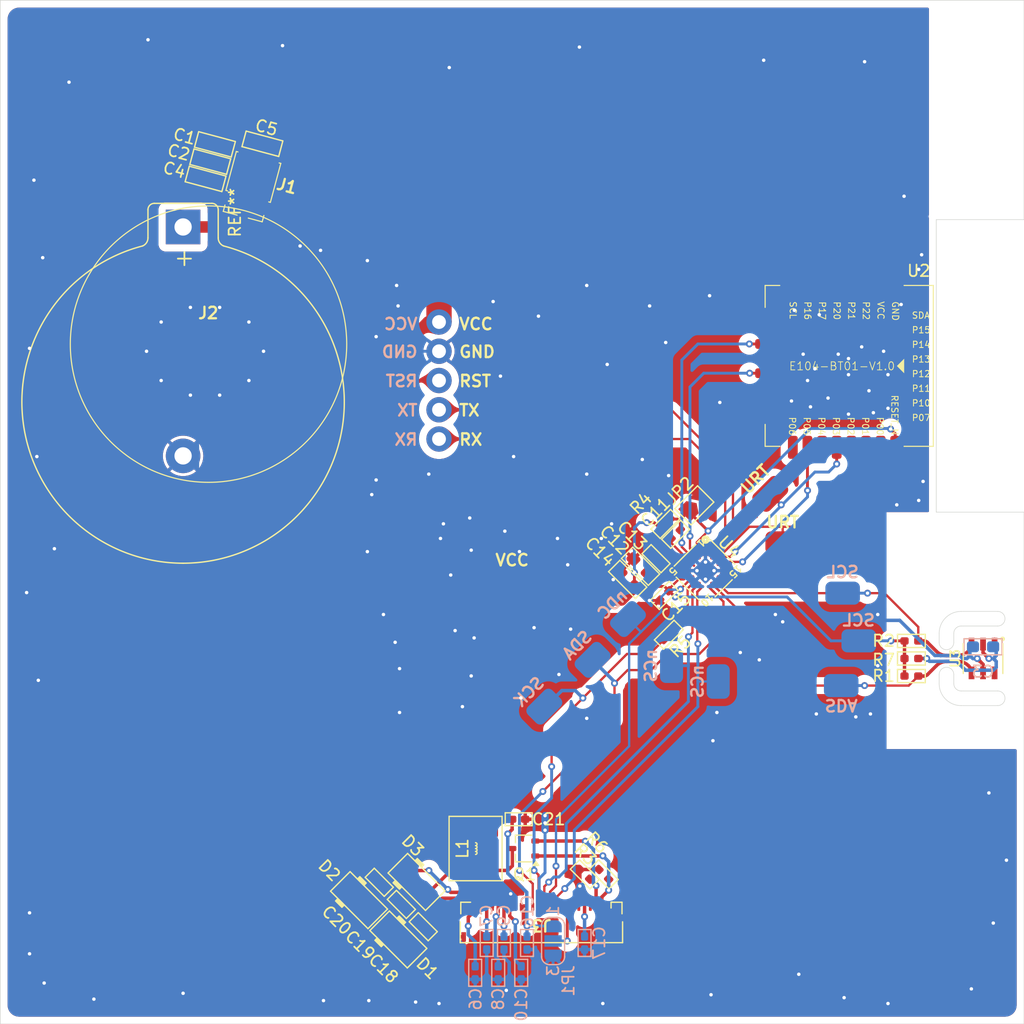
<source format=kicad_pcb>
(kicad_pcb (version 20240108) (generator "pcbnew") (generator_version "8.0")
  (layers (0 "F.Cu" mixed) (31 "B.Cu" mixed) (34 "B.Paste" user) (35 "F.Paste" user) (36 "B.SilkS" user "B.Silkscreen") (37 "F.SilkS" user "F.Silkscreen") (38 "B.Mask" user) (39 "F.Mask" user) (44 "Edge.Cuts" user))
  (net 0 "")
  (net 1 "VCC")
  (net 2 "Net-(U3-VDD)")
  (net 3 "GND")
  (net 4 "/E-Ink Driver/VCOM")
  (net 5 "/E-Ink Driver/VSL")
  (net 6 "/E-Ink Driver/VSH")
  (net 7 "/E-Ink Driver/VPP")
  (net 8 "Net-(J3-Pin_18)")
  (net 9 "/E104-BT01/RST")
  (net 10 "/HC32L110_QFN20/VCAP")
  (net 11 "Net-(J3-Pin_5)")
  (net 12 "/E-Ink Driver/PREVGL")
  (net 13 "Net-(D3-A)")
  (net 14 "Net-(D1-K)")
  (net 15 "/E-Ink Driver/PREVGH")
  (net 16 "/E-Ink Driver/BUSY")
  (net 17 "/E-Ink Driver/nSDA")
  (net 19 "/E-Ink Driver/TSCL")
  (net 20 "/E-Ink Driver/RST")
  (net 21 "/E-Ink Driver/RESE")
  (net 22 "/E-Ink Driver/nSCK")
  (net 23 "/E-Ink Driver/GDR")
  (net 24 "/E-Ink Driver/TSDA")
  (net 26 "/E-Ink Driver/nCS")
  (net 27 "/SDA")
  (net 28 "/SCL")
  (net 29 "/HC32L110_QFN20/UART_RX")
  (net 30 "/HC32L110_QFN20/UART_TX")
  (net 37 "/E104-BT01/TX")
  (net 38 "/E104-BT01/WKP")
  (net 39 "/E104-BT01/RX")
  (net 41 "/E104-BT01/DATA")
  (net 44 "/E104-BT01/LINK")
  (net 47 "/E104-BT01/MOD")
  (net 51 "/E104-BT01/DISC")
  (net 52 "unconnected-(U3-NC-Pad1)")
  (net 53 "unconnected-(U3-NC-Pad6)")
  (net 54 "/E-Ink Driver/BS")
  (net 55 "/E-Ink Driver/nDC")
  (footprint "PCM_Capacitor_SMD_AKL:C_0402_1005Metric_Pad0.74x0.62mm_HandSolder" (layer "F.Cu") (at 121.2175 121.92 180)
    (property "Reference" "C21")
    (property "Value" "1u_50V")
  )
  (footprint "PCM_Capacitor_SMD_AKL:C_0402_1005Metric_Pad0.74x0.62mm_HandSolder" (layer "F.Cu") (at 134.853717 97.175283 -135)
    (property "Reference" "C11")
    (property "Value" "100n")
  )
  (footprint "Library:TestPoint_D1.2+0.5mm" (layer "F.Cu") (at 114.3 81.28)
    (property "Reference" "TP7" (hide yes))
    (property "Value" "TestPoint_Alt" (hide yes))
  )
  (footprint "PCM_Capacitor_SMD_AKL:C_0603_1608Metric_Pad1.05x0.95mm_HandSolder" (layer "F.Cu") (at 131.8006 99.949 135)
    (property "Reference" "C12")
    (property "Value" "4.7u")
  )
  (footprint "PCM_Capacitor_SMD_AKL:C_0402_1005Metric_Pad0.74x0.62mm_HandSolder" (layer "F.Cu") (at 133.1468 99.2886 135)
    (property "Reference" "C13")
    (property "Value" "100n")
  )
  (footprint "Battery:BatteryContactSpring_PODING_BC-1122-X-X" (layer "F.Cu") (at 94.2636 80.6594 -90)
    (property "Reference" "J2")
    (property "Value" "Batt_Neg_01x01_Pin")
  )
  (footprint "Library:TestPoint_D1.2+0.5mm" (layer "F.Cu") (at 114.3 86.36)
    (property "Reference" "TP10" (hide yes))
    (property "Value" "TestPoint_Alt" (hide yes))
  )
  (footprint "PCM_Capacitor_SMD_AKL:C_0402_1005Metric_Pad0.74x0.62mm_HandSolder" (layer "F.Cu") (at 111.031185 129.316451 -45)
    (property "Reference" "C19")
    (property "Value" "1u_50V")
  )
  (footprint "Package_TO_SOT_SMD:SOT-323_SC-70" (layer "F.Cu") (at 121.666 124.46 180)
    (property "Reference" "Q1")
    (property "Value" "SI1304BDL")
  )
  (footprint "PCM_Diode_SMD_AKL:D_SOD-123F" (layer "F.Cu") (at 110.77005 132.360051 -45)
    (property "Reference" "D1")
    (property "Value" "MBR0530" (hide yes))
  )
  (footprint "PCM_Capacitor_SMD_AKL:C_0402_1005Metric_Pad0.74x0.62mm_HandSolder" (layer "F.Cu") (at 112.929342 131.250529 -45)
    (property "Reference" "C18")
    (property "Value" "1u_50V")
  )
  (footprint "PCM_Resistor_SMD_AKL:R_0402_1005Metric_Pad0.72x0.64mm_HandSolder" (layer "F.Cu") (at 155.321 106.436)
    (property "Reference" "R2")
    (property "Value" "1k")
  )
  (footprint "PCM_Resistor_SMD_AKL:R_0402_1005Metric_Pad0.72x0.64mm_HandSolder" (layer "F.Cu") (at 133.955691 96.277257 45)
    (property "Reference" "R4")
    (property "Value" "4.7k")
  )
  (footprint "Battery:BatteryContactSpring_PODING_BC-1120-X-X" (layer "F.Cu") (at 98.177127 66.136975 -105)
    (property "Reference" "J1")
    (property "Value" "Batt_Pos_01x01_Pin")
  )
  (footprint "PCM_Inductor_SMD_Handsoldering_AKL:L_Taiyo-Yuden_NR-40xx_BigPads" (layer "F.Cu") (at 117.475 124.465 -90)
    (property "Reference" "L1")
    (property "Value" "47u" (hide yes))
  )
  (footprint "PCM_Resistor_SMD_AKL:R_0402_1005Metric_Pad0.72x0.64mm_HandSolder" (layer "F.Cu") (at 155.321 109.484)
    (property "Reference" "R1")
    (property "Value" "1k")
  )
  (footprint "Jumper:SolderJumper-2_P1.3mm_Open_TrianglePad1.0x1.5mm" (layer "F.Cu") (at 136.470163 94.660811 45)
    (property "Reference" "JP2")
    (property "Value" "Jumper")
  )
  (footprint "Library:TestPoint_D1.2+0.5mm" (layer "F.Cu") (at 114.3 88.9)
    (property "Reference" "TP9" (hide yes))
    (property "Value" "TestPoint_Alt" (hide yes))
  )
  (footprint "Library:TestPad_3x2mm_forTestHook" (layer "F.Cu") (at 143.0655 93.6625 45)
    (property "Reference" "URT")
    (property "Value" "TestPad_3x2mm_forTestHook")
  )
  (footprint "PCM_Capacitor_SMD_AKL:C_0603_1608Metric_Pad1.05x0.95mm_HandSolder" (layer "F.Cu") (at 98.9626 63.2604 165)
    (property "Reference" "C5")
    (property "Value" "22uF")
  )
  (footprint "PCM_Capacitor_SMD_AKL:C_0402_1005Metric_Pad0.74x0.62mm_HandSolder" (layer "F.Cu") (at 109.10941 127.394676 135)
    (property "Reference" "C20")
    (property "Value" "1u_50V")
  )
  (footprint "PCM_Diode_SMD_AKL:D_SOD-123F" (layer "F.Cu") (at 107.35331 128.943311 -45)
    (property "Reference" "D2")
    (property "Value" "MBR0530" (hide yes))
  )
  (footprint "PCM_Resistor_SMD_AKL:R_0402_1005Metric_Pad0.72x0.64mm_HandSolder" (layer "F.Cu") (at 128.609504 126.704504 -45)
    (property "Reference" "R6")
    (property "Value" "10k")
  )
  (footprint "PCM_Capacitor_SMD_AKL:C_0402_1005Metric_Pad0.74x0.62mm_HandSolder" (layer "F.Cu") (at 133.863117 102.483883 -135)
    (property "Reference" "C15")
    (property "Value" "100n")
  )
  (footprint "PCM_Capacitor_SMD_AKL:C_0603_1608Metric_Pad1.05x0.95mm_HandSolder" (layer "F.Cu") (at 94.840815 63.313333 165)
    (property "Reference" "C1")
    (property "Value" "22uF")
  )
  (footprint "PCM_Diode_SMD_AKL:D_SOD-123F" (layer "F.Cu") (at 112.348454 127.364907 -45)
    (property "Reference" "D3")
    (property "Value" "MBR0530" (hide yes))
  )
  (footprint "Library:TestPoint_D1.2+0.5mm" (layer "F.Cu") (at 114.3 83.82)
    (property "Reference" "TP8" (hide yes))
    (property "Value" "TestPoint_Alt" (hide yes))
  )
  (footprint "PCM_Resistor_SMD_AKL:R_0402_1005Metric_Pad0.72x0.64mm_HandSolder" (layer "F.Cu") (at 126.958504 126.704504 -45)
    (property "Reference" "R3")
    (property "Value" "2.2")
  )
  (footprint "PCM_Capacitor_SMD_AKL:C_0603_1608Metric_Pad1.05x0.95mm_HandSolder" (layer "F.Cu") (at 94.028015 66.310533 165)
    (property "Reference" "C4")
    (property "Value" "22uF")
  )
  (footprint "Library:TestPad_3x2mm_forTestHook" (layer "F.Cu") (at 144.145 97.917)
    (property "Reference" "URT")
    (property "Value" "TestPad_3x2mm_forTestHook")
  )
  (footprint "PCM_Capacitor_SMD_AKL:C_0603_1608Metric_Pad1.05x0.95mm_HandSolder" (layer "F.Cu") (at 94.434415 64.811933 165)
    (property "Reference" "C2")
    (property "Value" "22uF")
  )
  (footprint "PCM_Package_DFN_QFN_AKL:QFN-20-1EP_3x3mm_P0.4mm_EP1.65x1.65mm_ThermalVias" (layer "F.Cu") (at 137.440051 100.33 -45)
    (property "Reference" "U4")
    (property "Value" "~" (hide yes))
  )
  (footprint "Connector_FFC-FPC:Hirose_FH34SRJ-24S-0.5SH(50)_1x24_P0.50mm_Horizontal" (layer "F.Cu") (at 123.19 131.826 180)
    (property "Reference" "J3")
    (property "Value" "EPD_OPM015BG_1.54")
  )
  (footprint "Battery:BatteryHolder_MYOUNG_BS-24-A1AJ009_CR2477" (layer "F.Cu") (at 92.075 70.485 -90)
    (property "Reference" "REF**")
    (property "Value" "BatteryHolder_MYOUNG_BS-24-A1AJ009_CR2477")
  )
  (footprint "PCM_Resistor_SMD_AKL:R_0402_1005Metric_Pad0.72x0.64mm_HandSolder" (layer "F.Cu") (at 134.261004 105.895996 45)
    (property "Reference" "R5")
    (property "Value" "33")
  )
  (footprint "PCM_Capacitor_SMD_AKL:C_0603_1608Metric_Pad1.05x0.95mm_HandSolder" (layer "F.Cu") (at 130.683 101.092 135)
    (property "Reference" "C14")
    (property "Value" "4.7u")
  )
  (footprint "Package_LGA:LGA-6_3x3mm_P1.00mm" (layer "F.Cu") (at 161.544 107.96 -90)
    (property "Reference" "U3")
    (property "Value" "~" (hide yes))
  )
  (footprint "E104-BT01_Bluetooth:PE104-BT01" (layer "F.Cu") (at 148.336 82.55)
    (property "Reference" "U2")
    (property "Value" "~" (hide yes))
  )
  (footprint "PCM_Resistor_SMD_AKL:R_0402_1005Metric_Pad0.72x0.64mm_HandSolder" (layer "F.Cu") (at 155.321 107.96)
    (property "Reference" "R7")
    (property "Value" "330")
  )
  (footprint "Library:TestPad_3x2mm_forTestHook" (layer "F.Cu") (at 120.65 101.219)
    (property "Reference" "VCC")
    (property "Value" "TestPad_3x2mm_forTestHook")
  )
  (footprint "Library:TestPoint_D1.2+0.5mm" (layer "F.Cu") (at 114.3 78.74)
    (property "Reference" "TP6" (hide yes))
    (property "Value" "TestPoint_Alt" (hide yes))
  )
  (footprint "PCM_Capacitor_SMD_AKL:C_0402_1005Metric_Pad0.74x0.62mm_HandSolder" (layer "B.Cu") (at 118.44 132.6642 90)
    (property "Reference" "C7")
    (property "Value" "1u_25V")
  )
  (footprint "Library:TestPad_3x2mm_forTestHook" (layer "B.Cu") (at 149.352 102.2858 180)
    (property "Reference" "SCL")
    (property "Value" "TestPad_3x2mm_forTestHook")
  )
  (footprint "Library:TestPad_3x2mm_forTestHook" (layer "B.Cu") (at 130.7084 104.5337 -135)
    (property "Reference" "nDC")
    (property "Value" "TestPad_3x2mm_forTestHook")
  )
  (footprint "Jumper:SolderJumper-3_P1.3mm_Open_RoundedPad1.0x1.5mm_NumberLabels" (layer "B.Cu") (at 124.206 132.491 -90)
    (property "Reference" "JP1")
    (property "Value" "Jumper_3_Open")
  )
  (footprint "Library:TestPad_3x2mm_forTestHook" (layer "B.Cu") (at 127.635 108.077 -135)
    (property "Reference" "SDA")
    (property "Value" "TestPad_3x2mm_forTestHook")
  )
  (footprint "PCM_Capacitor_SMD_AKL:C_0603_1608Metric_Pad1.05x0.95mm_HandSolder" (layer "B.Cu") (at 161.544 106.944 180)
    (property "Reference" "C3")
    (property "Value" "10u")
  )
  (footprint "PCM_Capacitor_SMD_AKL:C_0402_1005Metric_Pad0.74x0.62mm_HandSolder" (layer "B.Cu") (at 121.44 135.255 90)
    (property "Reference" "C10")
    (property "Value" "1u_6V")
  )
  (footprint "Library:TestPad_3x2mm_forTestHook" (layer "B.Cu") (at 123.444 112.141 -135)
    (property "Reference" "SCK")
    (property "Value" "TestPad_3x2mm_forTestHook")
  )
  (footprint "PCM_Capacitor_SMD_AKL:C_0402_1005Metric_Pad0.74x0.62mm_HandSolder" (layer "B.Cu") (at 126.94 132.6642 90)
    (property "Reference" "C17")
    (property "Value" "1u_25V")
  )
  (footprint "Library:TestPad_3x2mm_forTestHook" (layer "B.Cu") (at 134.493 108.585 -90)
    (property "Reference" "nCS")
    (property "Value" "TestPad_3x2mm_forTestHook")
  )
  (footprint "PCM_Capacitor_SMD_AKL:C_0402_1005Metric_Pad0.74x0.62mm_HandSolder" (layer "B.Cu") (at 119.94 132.6642 90)
    (property "Reference" "C9")
    (property "Value" "1u_6V")
  )
  (footprint "Library:TestPad_3x2mm_forTestHook" (layer "B.Cu") (at 149.225 110.3122)
    (property "Reference" "SDA")
    (property "Value" "TestPad_3x2mm_forTestHook")
  )
  (footprint "PCM_Capacitor_SMD_AKL:C_0402_1005Metric_Pad0.74x0.62mm_HandSolder" (layer "B.Cu") (at 119.44 135.255 90)
    (property "Reference" "C8")
    (property "Value" "1u_25V")
  )
  (footprint "Library:TestPad_3x2mm_forTestHook" (layer "B.Cu") (at 150.749 106.426 180)
    (property "Reference" "SCL")
    (property "Value" "TestPad_3x2mm_forTestHook")
  )
  (footprint "PCM_Capacitor_SMD_AKL:C_0402_1005Metric_Pad0.74x0.62mm_HandSolder" (layer "B.Cu") (at 117.44 135.255 90)
    (property "Reference" "C6")
    (property "Value" "1u_6V")
  )
  (footprint "PCM_Capacitor_SMD_AKL:C_0402_1005Metric_Pad0.74x0.62mm_HandSolder" (layer "B.Cu") (at 121.94 132.6642 90)
    (property "Reference" "C16")
    (property "Value" "1u_6V")
  )
  (footprint "Library:TestPad_3x2mm_forTestHook" (layer "B.Cu") (at 138.5443 109.9566 -90)
    (property "Reference" "nCS")
    (property "Value" "TestPad_3x2mm_forTestHook")
  )
  (gr_poly (pts (xy 161.769 108.05) (xy 162.109024 107.666489) (xy 162.079024 107.661489) (xy 162.056729 107.658212) (xy 162.031729 107.653212) (xy 162.016729 107.648212) (xy 162.006729 107.643212) (xy 161.966729 107.628212) (xy 161.931729 107.608212) (xy 161.901729 107.588212) (xy 161.876729 107.573212) (xy 161.836729 107.538212) (xy 161.621729 107.74) (xy 161.651729 107.773212) (xy 161.679024 107.801489) (xy 161.694024 107.821489) (xy 161.709024 107.841489) (xy 161.729024 107.876489) (xy 161.739024 107.911489) (xy 161.744024 107.936489) (xy 161.749024 107.971489) (xy 161.759 108.025)) (fill solid) (layer "F.Cu") (net 2))
  (gr_rect (start 114.3 71.755) (end 153.035 73.66) (fill solid) (layer "F.Cu") (net 1))
  (gr_line (start 95.686 63.5398) (end 97.533215 64.049933) (stroke (width 0.3)) (layer "F.Cu") (net 1))
  (gr_line (start 94.8732 66.537) (end 96.720415 67.047133) (stroke (width 0.3)) (layer "F.Cu") (net 1))
  (gr_line (start 99.297652 65.334082) (end 99.807785 63.486867) (stroke (width 0.3)) (layer "F.Cu") (net 1))
  (gr_poly (pts (xy 99.408266 65.734679) (xy 115.525976 72.282581) (xy 114.741575 74.291533) (xy 98.623866 67.743631)) (fill solid) (layer "F.Cu") (net 1))
  (gr_line (start 95.2796 65.0384) (end 97.126815 65.548533) (stroke (width 0.3)) (layer "F.Cu") (net 1))
  (gr_poly (pts (xy 126.5047 127.7366) (xy 126.5047 125.8697) (xy 125.3998 125.8697) (xy 125.3998 126.2126) (xy 126.3142 127.7366)) (fill solid) (layer "F.Cu") (net 3))
  (gr_poly (pts (xy 161.324 107.875) (xy 160.979 108.255) (xy 161.009 108.26) (xy 161.031295 108.263277) (xy 161.056295 108.268277) (xy 161.071295 108.273277) (xy 161.081295 108.278277) (xy 161.121295 108.293277) (xy 161.156295 108.313277) (xy 161.186295 108.333277) (xy 161.211295 108.348277) (xy 161.251295 108.383277) (xy 161.466295 108.178277) (xy 161.436295 108.148277) (xy 161.409 108.12) (xy 161.394 108.1) (xy 161.379 108.08) (xy 161.359 108.045) (xy 161.349 108.01) (xy 161.344 107.985) (xy 161.339 107.95) (xy 161.334 107.91)) (fill solid) (layer "F.Cu") (net 3))
  (gr_rect (start 152.273 73.025) (end 153.035 75.057) (fill solid) (layer "F.Cu") (net 1))
  (gr_rect (start 113.2 71.755) (end 115.4 78.74) (fill solid) (layer "F.Cu") (net 1))
  (gr_line (start 94.8732 66.537) (end 95.686 63.5398) (stroke (width 0.3)) (layer "F.Cu") (net 1))
  (gr_poly (pts (xy 160.313 108.005) (xy 160.13949 107.767324) (xy 160.15949 107.757324) (xy 160.18949 107.757324) (xy 160.20949 107.747324) (xy 160.22449 107.742324) (xy 160.248 107.735) (xy 160.27449 107.732324) (xy 160.30949 107.712324) (xy 160.31949 107.707324) (xy 160.34449 107.692324) (xy 160.548 107.93) (xy 160.513 108.005) (xy 160.488 108.005) (xy 160.463 107.985) (xy 160.448 107.975) (xy 160.428 107.965) (xy 160.413 107.96) (xy 160.393 107.955) (xy 160.373 107.96) (xy 160.353 107.97) (xy 160.333 107.985)) (fill solid) (layer "B.Cu") (net 3))
  (gr_poly (pts (xy 162.748 107.855) (xy 162.500324 107.702585) (xy 162.490324 107.722585) (xy 162.490324 107.752585) (xy 162.480324 107.772585) (xy 162.475324 107.787585) (xy 162.468 107.811095) (xy 162.465324 107.837585) (xy 162.445324 107.872585) (xy 162.440324 107.882585) (xy 162.425324 107.907585) (xy 162.663 108.111095) (xy 162.738 108.076095) (xy 162.738 108.055) (xy 162.718 108.026095) (xy 162.708 108.011095) (xy 162.698 107.991095) (xy 162.693 107.976095) (xy 162.688 107.956095) (xy 162.693 107.936095) (xy 162.703 107.916095) (xy 162.723 107.885)) (fill solid) (layer "B.Cu") (net 2))
  (gr_circle (center 94.2826 80.6594) (end 94.2826 92.6609) (stroke (width 0.1)) (fill none) (layer "F.SilkS"))
  (gr_arc (start 162.814 110.7794) (mid 163.449 111.4144) (end 162.814 112.0494) (stroke (width 0.05)) (layer "Edge.Cuts"))
  (gr_line (start 157.48 95.25) (end 165.1 95.25) (stroke (width 0.05)) (layer "Edge.Cuts"))
  (gr_line (start 76.2 139.7) (end 76.2 50.8) (stroke (width 0.05)) (layer "Edge.Cuts"))
  (gr_arc (start 159.639 110.7794) (mid 159.189987 110.593413) (end 159.004 110.1444) (stroke (width 0.05)) (layer "Edge.Cuts"))
  (gr_arc (start 162.814 103.8706) (mid 163.449 104.5056) (end 162.814 105.1406) (stroke (width 0.05)) (layer "Edge.Cuts"))
  (gr_line (start 162.814 105.1406) (end 159.639 105.1406) (stroke (width 0.05)) (layer "Edge.Cuts"))
  (gr_line (start 159.639 103.8706) (end 162.814 103.8706) (stroke (width 0.05)) (layer "Edge.Cuts"))
  (gr_arc (start 159.004 105.7756) (mid 159.189987 105.326587) (end 159.639 105.1406) (stroke (width 0.05)) (layer "Edge.Cuts"))
  (gr_arc (start 157.734 109.357) (mid 158.369 108.722) (end 159.004 109.357) (stroke (width 0.05)) (layer "Edge.Cuts"))
  (gr_line (start 157.48 69.85) (end 157.48 95.25) (stroke (width 0.05)) (layer "Edge.Cuts"))
  (gr_line (start 159.639 112.0494) (end 162.814 112.0494) (stroke (width 0.05)) (layer "Edge.Cuts"))
  (gr_arc (start 159.004 106.563) (mid 158.369 107.198) (end 157.734 106.563) (stroke (width 0.05)) (layer "Edge.Cuts"))
  (gr_line (start 76.2 50.8) (end 165.1 50.8) (stroke (width 0.05)) (layer "Edge.Cuts"))
  (gr_line (start 157.734 109.357) (end 157.734 110.1444) (stroke (width 0.05)) (layer "Edge.Cuts"))
  (gr_line (start 165.1 139.7) (end 76.2 139.7) (stroke (width 0.05)) (layer "Edge.Cuts"))
  (gr_line (start 157.734 106.563) (end 157.734 105.7756) (stroke (width 0.05)) (layer "Edge.Cuts"))
  (gr_line (start 159.004 109.357) (end 159.004 110.1444) (stroke (width 0.05)) (layer "Edge.Cuts"))
  (gr_line (start 165.1 69.85) (end 157.48 69.85) (stroke (width 0.05)) (layer "Edge.Cuts"))
  (gr_arc (start 159.639 112.0494) (mid 158.291962 111.491438) (end 157.734 110.1444) (stroke (width 0.05)) (layer "Edge.Cuts"))
  (gr_arc (start 157.734 105.7756) (mid 158.291962 104.428562) (end 159.639 103.8706) (stroke (width 0.05)) (layer "Edge.Cuts"))
  (gr_line (start 159.004 106.563) (end 159.004 105.7756) (stroke (width 0.05)) (layer "Edge.Cuts"))
  (gr_line (start 162.814 110.7794) (end 159.639 110.7794) (stroke (width 0.05)) (layer "Edge.Cuts"))
  (gr_line (start 165.1 50.8) (end 165.1 69.85) (stroke (width 0.05)) (layer "Edge.Cuts"))
  (gr_line (start 165.1 95.25) (end 165.1 139.7) (stroke (width 0.05)) (layer "Edge.Cuts"))
  (gr_text "RST" (at 112.540618 84.455 -0) (layer "B.SilkS") (effects (font (size 1 1) (thickness 0.2) (bold yes)) (justify left bottom mirror)))
  (gr_text "TX" (at 112.540618 86.995 -0) (layer "B.SilkS") (effects (font (size 1 1) (thickness 0.2) (bold yes)) (justify left bottom mirror)))
  (gr_text "VCC" (at 112.540618 79.502 -0) (layer "B.SilkS") (effects (font (size 1 1) (thickness 0.2) (bold yes)) (justify left bottom mirror)))
  (gr_text "RX" (at 112.540618 89.535 -0) (layer "B.SilkS") (effects (font (size 1 1) (thickness 0.2) (bold yes)) (justify left bottom mirror)))
  (gr_text "GND" (at 112.540618 81.915 -0) (layer "B.SilkS") (effects (font (size 1 1) (thickness 0.2) (bold yes)) (justify left bottom mirror)))
  (gr_text "GND" (at 115.951 81.915 0) (layer "F.SilkS") (effects (font (size 1 1) (thickness 0.2) (bold yes)) (justify left bottom)))
  (gr_text "RST" (at 115.951 84.455 0) (layer "F.SilkS") (effects (font (size 1 1) (thickness 0.2) (bold yes)) (justify left bottom)))
  (gr_text "TX" (at 115.951 86.995 0) (layer "F.SilkS") (effects (font (size 1 1) (thickness 0.2) (bold yes)) (justify left bottom)))
  (gr_text "RX" (at 115.951 89.535 0) (layer "F.SilkS") (effects (font (size 1 1) (thickness 0.2) (bold yes)) (justify left bottom)))
  (gr_text "VCC" (at 115.951 79.502 0) (layer "F.SilkS") (effects (font (size 1 1) (thickness 0.2) (bold yes)) (justify left bottom)))
  (segment (start 131.8768 102.2858) (end 131.301718 101.710718) (width 0.25) (layer "F.Cu") (net 1))
  (segment (start 113.665 116.84) (end 113.665 107.315) (width 0.635) (layer "F.Cu") (net 1))
  (segment (start 120.65 102.8065) (end 120.5865 102.87) (width 0.25) (layer "F.Cu") (net 1))
  (segment (start 117.475 119.38) (end 117.475 122.565) (width 0.635) (layer "F.Cu") (net 1))
  (segment (start 121.793 102.87) (end 130.142436 102.87) (width 1) (layer "F.Cu") (net 1))
  (segment (start 113.665 116.84) (end 114.935 118.11) (width 0.635) (layer "F.Cu") (net 1))
  (segment (start 114.935 118.11) (end 116.205 118.11) (width 0.635) (layer "F.Cu") (net 1))
  (segment (start 111.76 105.41) (end 111.76 102.87) (width 0.635) (layer "F.Cu") (net 1))
  (segment (start 113.665 107.315) (end 111.76 105.41) (width 0.635) (layer "F.Cu") (net 1))
  (segment (start 113.3475 78.74) (end 110.49 81.5975) (width 1) (layer "F.Cu") (net 1))
  (segment (start 133.2484 101.7016) (end 132.6642 102.2858) (width 0.25) (layer "F.Cu") (net 1))
  (segment (start 135.54668 101.092) (end 135.1026 101.092) (width 0.2) (layer "F.Cu") (net 1))
  (segment (start 120.65 101.219) (end 119.55 101.219) (width 0.25) (layer "F.Cu") (net 1))
  (segment (start 121.666 129.526) (end 121.6787 129.5387) (width 0.4) (layer "F.Cu") (net 1))
  (segment (start 117.475 121.92) (end 117.475 122.565) (width 0.3) (layer "F.Cu") (net 1))
  (segment (start 152.019 72.39) (end 152.654 73.025) (width 0.3) (layer "F.Cu") (net 1))
  (segment (start 134.2644 102.0826) (end 133.8834 101.7016) (width 0.25) (layer "F.Cu") (net 1))
  (segment (start 135.849061 100.789619) (end 135.54668 101.092) (width 0.2) (layer "F.Cu") (net 1))
  (segment (start 153.543 106.426) (end 154.7135 106.426) (width 0.25) (layer "F.Cu") (net 1))
  (segment (start 131.2672 101.6762) (end 131.301718 101.710718) (width 0.25) (layer "F.Cu") (net 1))
  (segment (start 134.8105 102.616) (end 134.7978 102.616) (width 0.25) (layer "F.Cu") (net 1))
  (segment (start 116.713 72.39) (end 152.019 72.39) (width 0.3) (layer "F.Cu") (net 1))
  (segment (start 98.209479 67.304263) (end 98.209479 66.016234) (width 1) (layer "F.Cu") (net 1))
  (segment (start 121.6787 129.5387) (end 121.6787 130.9297) (width 0.4) (layer "F.Cu") (net 1))
  (segment (start 133.8834 101.7016) (end 133.2484 101.7016) (width 0.25) (layer "F.Cu") (net 1))
  (segment (start 133.1468 96.3168) (end 132.9944 96.1644) (width 0.25) (layer "F.Cu") (net 1))
  (segment (start 120.65 101.219) (end 121.75 101.219) (width 0.25) (layer "F.Cu") (net 1))
  (segment (start 111.76 102.87) (end 121.793 102.87) (width 1) (layer "F.Cu") (net 1))
  (segment (start 135.1026 101.092) (end 134.2644 101.9302) (width 0.2) (layer "F.Cu") (net 1))
  (segment (start 121.75 102.8065) (end 120.65 102.8065) (width 0.25) (layer "F.Cu") (net 1))
  (segment (start 134.7978 102.616) (end 134.2644 102.0826) (width 0.25) (layer "F.Cu") (net 1))
  (segment (start 120.65 101.219) (end 120.65 102.8065) (width 0.25) (layer "F.Cu") (net 1))
  (segment (start 121.44 129.426) (end 121.94 129.426) (width 0.25) (layer "F.Cu") (net 1))
  (segment (start 114.3 78.74) (end 113.3475 78.74) (width 1) (layer "F.Cu") (net 1))
  (segment (start 121.75 101.219) (end 121.75 102.8065) (width 0.25) (layer "F.Cu") (net 1))
  (segment (start 131.2672 100.4824) (end 131.2672 101.6762) (width 0.25) (layer "F.Cu") (net 1))
  (segment (start 110.49 81.5975) (end 110.49 101.6) (width 1) (layer "F.Cu") (net 1))
  (segment (start 154.7135 106.426) (end 154.7235 106.436) (width 0.25) (layer "F.Cu") (net 1))
  (segment (start 120.65 122.809) (end 120.65 121.92) (width 0.3) (layer "F.Cu") (net 1))
  (segment (start 133.529753 96.699753) (end 133.1468 96.3168) (width 0.25) (layer "F.Cu") (net 1))
  (segment (start 116.205 118.11) (end 117.475 119.38) (width 0.635) (layer "F.Cu") (net 1))
  (segment (start 119.55 102.87) (end 121.793 102.87) (width 0.25) (layer "F.Cu") (net 1))
  (segment (start 132.6642 102.2858) (end 131.8768 102.2858) (width 0.25) (layer "F.Cu") (net 1))
  (segment (start 154.7235 109.484) (end 154.7235 106.436) (width 0.3) (layer "F.Cu") (net 1))
  (segment (start 119.55 101.219) (end 119.55 102.87) (width 0.25) (layer "F.Cu") (net 1))
  (segment (start 110.49 101.6) (end 111.76 102.87) (width 1) (layer "F.Cu") (net 1))
  (segment (start 134.2644 101.9302) (end 134.2644 102.0826) (width 0.2) (layer "F.Cu") (net 1))
  (segment (start 133.533195 96.699753) (end 133.529753 96.699753) (width 0.25) (layer "F.Cu") (net 1))
  (segment (start 120.269 123.19) (end 120.65 122.809) (width 0.3) (layer "F.Cu") (net 1))
  (segment (start 92.075 70.485) (end 95.621975 70.485) (width 1) (layer "F.Cu") (net 1))
  (segment (start 114.3 74.803) (end 116.713 72.39) (width 0.3) (layer "F.Cu") (net 1))
  (segment (start 120.65 121.92) (end 117.475 121.92) (width 0.3) (layer "F.Cu") (net 1))
  (segment (start 152.654 75.47139) (end 152.64519 75.4802) (width 0.3) (layer "F.Cu") (net 1))
  (segment (start 132.9944 96.1644) (end 132.334 96.1644) (width 0.25) (layer "F.Cu") (net 1))
  (segment (start 121.6787 130.9297) (end 121.94 131.191) (width 0.4) (layer "F.Cu") (net 1))
  (segment (start 152.654 73.025) (end 152.654 75.47139) (width 0.3) (layer "F.Cu") (net 1))
  (segment (start 130.142436 102.87) (end 131.301718 101.710718) (width 1) (layer "F.Cu") (net 1))
  (via (at 153.543 106.426) (size 0.6) (drill 0.3) (layers "F.Cu" "B.Cu") (net 1))
  (via (at 134.8105 102.616) (size 0.6) (drill 0.3) (layers "F.Cu" "B.Cu") (net 1))
  (via (at 132.334 96.1644) (size 0.6) (drill 0.3) (layers "F.Cu" "B.Cu") (net 1))
  (via (at 120.269 123.19) (size 0.6) (drill 0.3) (layers "F.Cu" "B.Cu") (net 1))
  (via (at 121.94 131.191) (size 0.6) (drill 0.3) (layers "F.Cu" "B.Cu") (net 1))
  (via (at 131.2672 100.4824) (size 0.6) (drill 0.3) (layers "F.Cu" "B.Cu") (net 1))
  (arc (start 95.621975 70.485) (mid 96.451642 70.319969) (end 97.155 69.85) (width 1) (layer "F.Cu") (net 1))
  (arc (start 97.155 69.85) (mid 97.935429 68.682006) (end 98.209479 67.304263) (width 1) (layer "F.Cu") (net 1))
  (segment (start 121.92 128.27) (end 120.269 126.619) (width 0.3) (layer "B.Cu") (net 1))
  (segment (start 131.2672 96.5962) (end 131.2672 100.4824) (width 0.25) (layer "B.Cu") (net 1))
  (segment (start 121.94 131.191) (end 121.94 132.0967) (width 0.3) (layer "B.Cu") (net 1))
  (segment (start 121.94 131.191) (end 124.206 131.191) (width 0.25) (layer "B.Cu") (net 1))
  (segment (start 132.334 96.1644) (end 131.699 96.1644) (width 0.25) (layer "B.Cu") (net 1))
  (segment (start 121.94 131.191) (end 121.92 131.191) (width 0.3) (layer "B.Cu") (net 1))
  (segment (start 120.269 126.619) (end 120.269 123.19) (width 0.3) (layer "B.Cu") (net 1))
  (segment (start 148.336 106.426) (end 153.543 106.426) (width 0.25) (layer "B.Cu") (net 1))
  (segment (start 131.699 96.1644) (end 131.2672 96.5962) (width 0.25) (layer "B.Cu") (net 1))
  (segment (start 121.92 131.191) (end 121.92 128.27) (width 0.3) (layer "B.Cu") (net 1))
  (segment (start 144.526 102.616) (end 148.336 106.426) (width 0.25) (layer "B.Cu") (net 1))
  (segment (start 134.8105 102.616) (end 144.526 102.616) (width 0.25) (layer "B.Cu") (net 1))
  (segment (start 156.6545 107.96) (end 155.9185 107.96) (width 0.3) (layer "F.Cu") (net 2))
  (segment (start 161.544 107.452) (end 162.052 107.96) (width 0.3) (layer "F.Cu") (net 2))
  (segment (start 161.544 106.91) (end 161.544 107.452) (width 0.3) (layer "F.Cu") (net 2))
  (via (at 162.052 107.96) (size 0.6) (drill 0.3) (layers "F.Cu" "B.Cu") (net 2))
  (via (at 156.6545 107.96) (size 0.6) (drill 0.3) (layers "F.Cu" "B.Cu") (net 2))
  (segment (start 162.687 108.214) (end 162.433 107.96) (width 0.3) (layer "B.Cu") (net 2))
  (segment (start 162.433 108.976) (end 162.687 108.722) (width 0.3) (layer "B.Cu") (net 2))
  (segment (start 162.687 106.9705) (end 162.4065 106.69) (width 0.3) (layer "B.Cu") (net 2))
  (segment (start 159.429054 108.385054) (end 160.02 108.976) (width 0.3) (layer "B.Cu") (net 2))
  (segment (start 159.258 108.206) (end 159.429054 108.377054) (width 0.3) (layer "B.Cu") (net 2))
  (segment (start 162.052 107.96) (end 162.433 107.96) (width 0.3) (layer "B.Cu") (net 2))
  (segment (start 156.6545 107.96) (end 156.9005 108.206) (width 0.3) (layer "B.Cu") (net 2))
  (segment (start 162.687 108.722) (end 162.687 108.214) (width 0.3) (layer "B.Cu") (net 2))
  (segment (start 159.429054 108.377054) (end 159.429054 108.385054) (width 0.3) (layer "B.Cu") (net 2))
  (segment (start 160.02 108.976) (end 162.433 108.976) (width 0.3) (layer "B.Cu") (net 2))
  (segment (start 162.687 107.706) (end 162.687 106.9705) (width 0.3) (layer "B.Cu") (net 2))
  (segment (start 156.9005 108.206) (end 159.258 108.206) (width 0.3) (layer "B.Cu") (net 2))
  (segment (start 162.433 107.96) (end 162.687 107.706) (width 0.3) (layer "B.Cu") (net 2))
  (segment (start 134.452434 97.576566) (end 134.325434 97.576566) (width 0.25) (layer "F.Cu") (net 3))
  (segment (start 92.71 77.47) (end 97.79 77.47) (width 0.25) (layer "F.Cu") (net 3))
  (segment (start 113.411 132.5245) (end 113.411 133.0325) (width 0.25) (layer "F.Cu") (net 3))
  (segment (start 88.9 83.82) (end 88.9 78.74) (width 0.25) (layer "F.Cu") (net 3))
  (segment (start 90.17 83.82) (end 88.9 83.82) (width 0.25) (layer "F.Cu") (net 3))
  (segment (start 136.991841 94.148159) (end 136.982815 94.148159) (width 0.25) (layer "F.Cu") (net 3))
  (segment (start 100.33 61.346595) (end 95.891412 61.346595) (width 0.25) (layer "F.Cu") (net 3))
  (segment (start 130.064282 100.473282) (end 129.429282 101.108282) (width 0.25) (layer "F.Cu") (net 3))
  (segment (start 134.239 92.075) (end 136.779 92.075) (width 0.25) (layer "F.Cu") (net 3))
  (segment (start 91.675334 66.084066) (end 89.2556 68.5038) (width 0.25) (layer "F.Cu") (net 3))
  (segment (start 133.4262 102.9208) (end 133.461834 102.885166) (width 0.25) (layer "F.Cu") (net 3))
  (segment (start 88.9 78.74) (end 90.17 78.74) (width 0.25) (layer "F.Cu") (net 3))
  (segment (start 133.014683 98.887317) (end 132.745517 98.887317) (width 0.25) (layer "F.Cu") (net 3))
  (segment (start 99.06 78.74) (end 99.06 81.28) (width 0.25) (layer "F.Cu") (net 3))
  (segment (start 92.9386 81.5594) (end 95.5886 81.5594) (width 0.25) (layer "F.Cu") (net 3))
  (segment (start 90.17 78.74) (end 90.17 77.47) (width 0.25) (layer "F.Cu") (net 3))
  (segment (start 122.682 121.6025) (end 123.5075 121.6025) (width 0.25) (layer "F.Cu") (net 3))
  (segment (start 136.779 92.075) (end 137.668 92.964) (width 0.25) (layer "F.Cu") (net 3))
  (segment (start 108.331 126.619) (end 107.697723 126.619) (width 0.25) (layer "F.Cu") (net 3))
  (segment (start 104.141723 130.175) (end 106.363361 127.953362) (width 0.25) (layer "F.Cu") (net 3))
  (segment (start 113.411 133.6675) (end 112.014 135.0645) (width 0.25) (layer "F.Cu") (net 3))
  (segment (start 132.732817 98.887317) (end 132.3975 98.552) (width 0.25) (layer "F.Cu") (net 3))
  (segment (start 131.181882 99.355682) (end 130.064282 100.473282) (width 0.25) (layer "F.Cu") (net 3))
  (segment (start 114.935 133.6675) (end 113.411 133.6675) (width 0.25) (layer "F.Cu") (net 3))
  (segment (start 108.708127 126.993393) (end 108.705393 126.993393) (width 0.25) (layer "F.Cu") (net 3))
  (segment (start 105.791 61.341) (end 110.363 65.913) (width 0.25) (layer "F.Cu") (net 3))
  (segment (start 97.79 85.09) (end 95.25 85.09) (width 0.25) (layer "F.Cu") (net 3))
  (segment (start 110.363 65.913) (end 148.463 65.913) (width 0.25) (layer "F.Cu") (net 3))
  (segment (start 121.785 121.92) (end 122.682 121.92) (width 0.25) (layer "F.Cu") (net 3))
  (segment (start 120.94 128.814) (end 120.523 128.397) (width 0.3) (layer "F.Cu") (net 3))
  (segment (start 122.682 121.92) (end 122.682 121.6025) (width 0.25) (layer "F.Cu") (net 3))
  (segment (start 93.18283 65.566602) (end 93.18283 66.084066) (width 0.25) (layer "F.Cu") (net 3))
  (segment (start 134.325434 97.576566) (end 133.014683 98.887317) (width 0.25) (layer "F.Cu") (net 3))
  (segment (start 107.697723 126.619) (end 106.363361 127.953362) (width 0.25) (layer "F.Cu") (net 3))
  (segment (start 92.9386 77.9526) (end 92.9386 79.7594) (width 0.25) (layer "F.Cu") (net 3))
  (segment (start 95.5886 79.7594) (end 92.9386 79.7594) (width 0.25) (layer "F.Cu") (net 3))
  (segment (start 89.2556 68.5038) (end 89.2556 74.2696) (width 0.25) (layer "F.Cu") (net 3))
  (segment (start 126.53 127.72) (end 126.53 126.288016) (width 0.3) (layer "F.Cu") (net 3))
  (segment (start 153.91519 71.36519) (end 153.91519 75.4802) (width 0.25) (layer "F.Cu") (net 3))
  (segment (start 97.79 83.82) (end 97.79 85.09) (width 0.25) (layer "F.Cu") (net 3))
  (segment (start 90.17 85.09) (end 90.17 83.82) (width 0.25) (layer "F.Cu") (net 3))
  (segment (start 99.06 83.82) (end 97.79 83.82) (width 0.25) (layer "F.Cu") (net 3))
  (segment (start 93.18283 66.084066) (end 91.675334 66.084066) (width 0.25) (layer "F.Cu") (net 3))
  (segment (start 97.79 78.74) (end 99.06 78.74) (width 0.25) (layer "F.Cu") (net 3))
  (segment (start 113.411 133.0325) (end 113.411 133.6675) (width 0.25) (layer "F.Cu") (net 3))
  (segment (start 136.450102 99.905737) (end 134.452434 97.908069) (width 0.2) (layer "F.Cu") (net 3))
  (segment (start 95.5886 81.5594) (end 95.5886 79.7594) (width 0.25) (layer "F.Cu") (net 3))
  (segment (start 90.17 77.47) (end 92.71 77.47) (width 0.25) (layer "F.Cu") (net 3))
  (segment (start 137.668 92.964) (end 137.668 93.472) (width 0.25) (layer "F.Cu") (net 3))
  (segment (start 132.5753 102.9208) (end 133.4262 102.9208) (width 0.25) (layer "F.Cu") (net 3))
  (segment (start 99.06 81.28) (end 99.06 83.82) (width 0.25) (layer "F.Cu") (net 3))
  (segment (start 93.345 125.095) (end 98.425 130.175) (width 0.25) (layer "F.Cu") (net 3))
  (segment (start 109.031223 135.0645) (end 104.141723 130.175) (width 0.25) (layer "F.Cu") (net 3))
  (segment (start 134.452434 97.908069) (end 134.452434 97.576566) (width 0.2) (layer "F.Cu") (net 3))
  (segment (start 132.745517 98.887317) (end 132.732817 98.887317) (width 0.25) (layer "F.Cu") (net 3))
  (segment (start 95.5886 83.566) (end 95.5886 111.1039) (width 0.25) (layer "F.Cu") (net 3))
  (segment (start 95.25 85.09) (end 90.17 85.09) (width 0.25) (layer "F.Cu") (net 3))
  (segment (start 95.5886 111.1039) (end 93.345 113.3475) (width 0.25) (layer "F.Cu") (net 3))
  (segment (start 126.536008 126.282008) (end 128.187008 126.282008) (width 0.3) (layer "F.Cu") (net 3))
  (segment (start 113.804813 132.130687) (end 113.411 132.5245) (width 0.25) (layer "F.Cu") (net 3))
  (segment (start 114.935 132.126) (end 116.44 132.126) (width 0.25) (layer "F.Cu") (net 3))
  (segment (start 98.425 130.175) (end 104.141723 130.175) (width 0.25) (layer "F.Cu") (net 3))
  (segment (start 94.6785 61.849) (end 94.388071 62.139429) (width 0.25) (layer "F.Cu") (net 3))
  (segment (start 92.9386 79.7594) (end 92.9386 81.5594) (width 0.25) (layer "F.Cu") (net 3))
  (segment (start 132.3975 98.552) (end 131.960164 98.552) (width 0.25) (layer "F.Cu") (net 3))
  (segment (start 113.804813 132.126) (end 114.935 132.126) (width 0.25) (layer "F.Cu") (net 3))
  (segment (start 100.509878 61.341) (end 105.791 61.341) (width 0.25) (layer "F.Cu") (net 3))
  (segment (start 113.804813 132.126) (end 113.804813 132.130687) (width 0.25) (layer "F.Cu") (net 3))
  (segment (start 114.935 133.0325) (end 114.935 132.126) (width 0.25) (layer "F.Cu") (net 3))
  (segment (start 148.463 65.913) (end 153.91519 71.36519) (width 0.25) (layer "F.Cu") (net 3))
  (segment (start 97.79 77.47) (end 97.79 78.74) (width 0.25) (layer "F.Cu") (net 3))
  (segment (start 114.935 133.0325) (end 113.411 133.0325) (width 0.25) (layer "F.Cu") (net 3))
  (segment (start 108.705393 126.993393) (end 108.331 126.619) (width 0.25) (layer "F.Cu") (net 3))
  (segment (start 137.668 93.472) (end 136.991841 94.148159) (width 0.25) (layer "F.Cu") (net 3))
  (segment (start 161.544 109.01) (end 161.544 108.468) (width 0.3) (layer "F.Cu") (net 3))
  (segment (start 131.960164 98.552) (end 131.181882 99.330282) (width 0.25) (layer "F.Cu") (net 3))
  (segment (start 112.014 135.0645) (end 109.031223 135.0645) (width 0.25) (layer "F.Cu") (net 3))
  (segment (start 93.345 113.3475) (end 93.345 125.095) (width 0.25) (layer "F.Cu") (net 3))
  (segment (start 126.53 126.288016) (end 126.536008 126.282008) (width 0.3) (layer "F.Cu") (net 3))
  (segment (start 93.58923 64.068002) (end 93.58923 64.585466) (width 0.25) (layer "F.Cu") (net 3))
  (segment (start 113.330625 131.651812) (end 113.804813 132.126) (width 0.25) (layer "F.Cu") (net 3))
  (segment (start 161.544 108.468) (end 161.036 107.96) (width 0.3) (layer "F.Cu") (net 3))
  (segment (start 99.06 81.5594) (end 99.06 81.28) (width 0.25) (layer "F.Cu") (net 3))
  (segment (start 89.2556 74.2696) (end 92.9386 77.9526) (width 0.25) (layer "F.Cu") (net 3))
  (segment (start 95.5886 81.5594) (end 99.06 81.5594) (width 0.25) (layer "F.Cu") (net 3))
  (segment (start 95.5886 81.5594) (end 95.5886 83.566) (width 0.25) (layer "F.Cu") (net 3))
  (segment (start 120.94 129.526) (end 120.94 128.814) (width 0.3) (layer "F.Cu") (net 3))
  (via (at 148.971 81.534) (size 0.6) (drill 0.3) (layers "F.Cu" "B.Cu") (net 3))
  (via (at 146.558 86.106) (size 0.6) (drill 0.3) (layers "F.Cu" "B.Cu") (net 3))
  (via (at 114.681 96.266) (size 0.6) (drill 0.3) (layers "F.Cu" "B.Cu") (net 3))
  (via (at 155.956 94.234) (size 0.6) (drill 0.3) (layers "F.Cu" "B.Cu") (net 3))
  (via (at 78.486 102.235) (size 0.6) (drill 0.3) (layers "F.Cu" "B.Cu") (net 3))
  (via (at 124.714 109.347) (size 0.6) (drill 0.3) (layers "F.Cu" "B.Cu") (net 3))
  (via (at 108.458 93.726) (size 0.6) (drill 0.3) (layers "F.Cu" "B.Cu") (net 3))
  (via (at 115.316 100.711) (size 0.6) (drill 0.3) (layers "F.Cu" "B.Cu") (net 3))
  (via (at 153.289 137.922) (size 0.6) (drill 0.3) (layers "F.Cu" "B.Cu") (net 3))
  (via (at 78.74 81.026) (size 0.6) (drill 0.3) (layers "F.Cu" "B.Cu") (net 3))
  (via (at 149.86 86.741) (size 0.6) (drill 0.3) (layers "F.Cu" "B.Cu") (net 3))
  (via (at 132.588 77.343) (size 0.6) (drill 0.3) (layers "F.Cu" "B.Cu") (net 3))
  (via (at 90.17 78.74) (size 0.6) (drill 0.3) (layers "F.Cu" "B.Cu") (net 3))
  (via (at 145.161 77.724) (size 0.6) (drill 0.3) (layers "F.Cu" "B.Cu") (net 3))
  (via (at 89.027 54.229) (size 0.6) (drill 0.3) (layers "F.Cu" "B.Cu") (net 3))
  (via (at 138.0871 115.1001) (size 0.6) (drill 0.3) (layers "F.Cu" "B.Cu") (net 3))
  (via (at 128.397 97.536) (size 0.6) (drill 0.3) (layers "F.Cu" "B.Cu") (net 3))
  (via (at 92.71 85.09) (size 0.6) (drill 0.3) (layers "F.Cu" "B.Cu") (net 3))
  (via (at 144.907 85.598) (size 0.6) (drill 0.3) (layers "F.Cu" "B.Cu") (net 3))
  (via (at 117.094 109.474) (size 0.6) (drill 0.3) (layers "F.Cu" "B.Cu") (net 3))
  (via (at 151.257 56.134) (size 0.6) (drill 0.3) (layers "F.Cu" "B.Cu") (net 3))
  (via (at 79.121 66.421) (size 0.6) (drill 0.3) (layers "F.Cu" "B.Cu") (net 3))
  (via (at 148.082 85.344) (size 0.6) (drill 0.3) (layers "F.Cu" "B.Cu") (net 3))
  (via (at 113.411 91.948) (size 0.6) (drill 0.3) (layers "F.Cu" "B.Cu") (net 3))
  (via (at 112.268 137.795) (size 0.6) (drill 0.3) (layers "F.Cu" "B.Cu") (net 3))
  (via (at 118.999 76.962) (size 0.6) (drill 0.3) (layers "F.Cu" "B.Cu") (net 3))
  (via (at 79.375 90.424) (size 0.6) (drill 0.3) (layers "F.Cu" "B.Cu") (net 3))
  (via (at 125.476 99.822) (size 0.6) (drill 0.3) (layers "F.Cu" "B.Cu") (net 3))
  (via (at 142.113 108.077) (size 0.6) (drill 0.3) (layers "F.Cu" "B.Cu") (net 3))
  (via (at 131.953 90.678) (size 0.6) (drill 0.3) (layers "F.Cu" "B.Cu") (net 3))
  (via (at 123.5075 121.6025) (size 0.6) (drill 0.3) (layers "F.Cu" "B.Cu") (net 3))
  (via (at 114.427 97.536) (size 0.6) (drill 0.3) (layers "F.Cu" "B.Cu") (net 3))
  (via (at 149.479 137.414) (size 0.6) (drill 0.3) (layers "F.Cu" "B.Cu") (net 3))
  (via (at 120.015 96.901) (size 0.6) (drill 0.3) (layers "F.Cu" "B.Cu") (net 3))
  (via (at 151.003 80.899) (size 0.6) (drill 0.3) (layers "F.Cu" "B.Cu") (net 3))
  (via (at 127.127 113.157) (size 0.6) (drill 0.3) (layers "F.Cu" "B.Cu") (net 3))
  (via (at 119.634 83.439) (size 0.6) (drill 0.3) (layers "F.Cu" "B.Cu") (net 3))
  (via (at 117.094 98.552) (size 0.6) (drill 0.3) (layers "F.Cu" "B.Cu") (net 3))
  (via (at 110.871 112.649) (size 0.6) (drill 0.3) (layers "F.Cu" "B.Cu") (net 3))
  (via (at 120.142 136.779) (size 0.6) (drill 0.3) (layers "F.Cu" "B.Cu") (net 3))
  (via (at 121.412 111.379) (size 0.6) (drill 0.3) (layers "F.Cu" "B.Cu") (net 3))
  (via (at 128.524 137.922) (size 0.6) (drill 0.3) (layers "F.Cu" "B.Cu") (net 3))
  (via (at 154.432 77.216) (size 0.6) (drill 0.3) (layers "F.Cu" "B.Cu") (net 3))
  (via (at 124.587 97.536) (size 0.6) (drill 0.3) (layers "F.Cu" "B.Cu") (net 3))
  (via (at 140.462 107.442) (size 0.6) (drill 0.3) (layers "F.Cu" "B.Cu") (net 3))
  (via (at 156.337 92.583) (size 0.6) (drill 0.3) (layers "F.Cu" "B.Cu") (net 3))
  (via (at 114.3 137.922) (size 0.6) (drill 0.3) (layers "F.Cu" "B.Cu") (net 3))
  (via (at 109.474 104.14) (size 0.6) (drill 0.3) (layers "F.Cu" "B.Cu") (net 3))
  (via (at 120.523 128.397) (size 0.6) (drill 0.3) (layers "F.Cu" "B.Cu") (net 3))
  (via (at 115.189 56.642) (size 0.6) (drill 0.3) (layers "F.Cu" "B.Cu") (net 3))
  (via (at 145.542 135.382) (size 0.6) (drill 0.3) (layers "F.Cu" "B.Cu") (net 3))
  (via (at 95.25 77.47) (size 0.6) (drill 0.3) (layers "F.Cu" "B.Cu") (net 3))
  (via (at 146.304 83.82) (size 0.6) (drill 0.3) (layers "F.Cu" "B.Cu") (net 3))
  (via (at 150.495 113.03) (size 0.6) (drill 0.3) (layers "F.Cu" "B.Cu") (net 3))
  (via (at 97.79 78.74) (size 0.6) (drill 0.3) (layers "F.Cu" "B.Cu") (net 3))
  (via (at 92.075 137.033) (size 0.6) (drill 0.3) (layers "F.Cu" "B.Cu") (net 3))
  (via (at 92.71 77.47) (size 0.6) (drill 0.3) (layers "F.Cu" "B.Cu") (net 3))
  (via (at 156.21 72.898) (size 0.6) (drill 0.3) (layers "F.Cu" "B.Cu") (net 3))
  (via (at 162.433 130.937) (size 0.6) (drill 0.3) (layers "F.Cu" "B.Cu") (net 3))
  (via (at 110.617 75.565) (size 0.6) (drill 0.3) (layers "F.Cu" "B.Cu") (net 3))
  (via (at 129.429282 101.108282) (size 0.6) (drill 0.3) (layers "F.Cu" "B.Cu") (net 3))
  (via (at 143.51 104.14) (size 0.6) (drill 0.3) (layers "F.Cu" "B.Cu") (net 3))
  (via (at 151.638 84.709) (size 0.6) (drill 0.3) (layers "F.Cu" "B.Cu") (net 3))
  (via (at 108.077 98.679) (size 0.6) (drill 0.3) (layers "F.Cu" "B.Cu") (net 3))
  (via (at 120.777 90.424) (size 0.6) (drill 0.3) (layers "F.Cu" "B.Cu") (net 3))
  (via (at 153.289 83.312) (size 0.6) (drill 0.3) (layers "F.Cu" "B.Cu") (net 3))
  (via (at 104.267 137.668) (size 0.6) (drill 0.3) (layers "F.Cu" "B.Cu") (net 3))
  (via (at 128.905 82.423) (size 0.6) (drill 0.3) (layers "F.Cu" "B.Cu") (net 3))
  (via (at 82.169 57.912) (size 0.6) (drill 0.3) (layers "F.Cu" "B.Cu") (net 3))
  (via (at 127.127 91.948) (size 0.6) (drill 0.3) (layers "F.Cu" "B.Cu") (net 3))
  (via (at 80.899 98.425) (size 0.6) (drill 0.3) (layers "F.Cu" "B.Cu") (net 3))
  (via (at 145.923 81.534) (size 0.6) (drill 0.3) (layers "F.Cu" "B.Cu") (net 3))
  (via (at 123.5075 122.8725) (size 0.6) (drill 0.3) (layers "F.Cu" "B.Cu") (net 3))
  (via (at 121.285 98.679) (size 0.6) (drill 0.3) (layers "F.Cu" "B.Cu") (net 3))
  (via (at 144.145 104.775) (size 0.6) (drill 0.3) (layers "F.Cu" "B.Cu") (net 3))
  (via (at 126.53 127.72) (size 0.6) (drill 0.3) (layers "F.Cu" "B.Cu") (net 3))
  (via (at 138.43 112.649) (size 0.6) (drill 0.3) (layers "F.Cu" "B.Cu") (net 3))
  (via (at 161.036 107.96) (size 0.6) (drill 0.3) (layers "F.Cu" "B.Cu") (net 3))
  (via (at 137.795 76.454) (size 0.6) (drill 0.3) (layers "F.Cu" "B.Cu") (net 3))
  (via (at 108.204 137.668) (size 0.6) (drill 0.3) (layers "F.Cu" "B.Cu") (net 3))
  (via (at 129.286 96.266) (size 0.6) (drill 0.3) (layers "F.Cu" "B.Cu") (net 3))
  (via (at 163.576 125.476) (size 0.6) (drill 0.3) (layers "F.Cu" "B.Cu") (net 3))
  (via (at 152.4 108.585) (size 0.6) (drill 0.3) (layers "F.Cu" "B.Cu") (net 3))
  (via (at 142.494 56.007) (size 0.6) (drill 0.3) (layers "F.Cu" "B.Cu") (net 3))
  (via (at 80.01 136.144) (size 0.6) (drill 0.3) (layers "F.Cu" "B.Cu") (net 3))
  (via (at 155.956 74.168) (size 0.6) (drill 0.3) (layers "F.Cu" "B.Cu") (net 3))
  (via (at 133.985 80.518) (size 0.6) (drill 0.3) (layers "F.Cu" "B.Cu") (net 3))
  (via (at 88.9 81.28) (size 0.6) (drill 0.3) (layers "F.Cu" "B.Cu") (net 3))
  (via (at 160.528 136.652) (size 0.6) (drill 0.3) (layers "F.Cu" "B.Cu") (net 3))
  (via (at 116.332 112.141) (size 0.6) (drill 0.3) (layers "F.Cu" "B.Cu") (net 3))
  (via (at 110.871 108.839) (size 0.6) (drill 0.3) (layers "F.Cu" "B.Cu") (net 3))
  (via (at 117.348 106.172) (size 0.6) (drill 0.3) (layers "F.Cu" "B.Cu") (net 3))
  (via (at 153.289 86.233) (size 0.6) (drill 0.3) (layers "F.Cu" "B.Cu") (net 3))
  (via (at 110.49 106.553) (size 0.6) (drill 0.3) (layers "F.Cu" "B.Cu") (net 3))
  (via (at 152.019 86.614) (size 0.6) (drill 0.3) (layers "F.Cu" "B.Cu") (net 3))
  (via (at 108.077 73.406) (size 0.6) (drill 0.3) (layers "F.Cu" "B.Cu") (net 3))
  (via (at 122.936 78.232) (size 0.6) (drill 0.3) (layers "F.Cu" "B.Cu") (net 3))
  (via (at 108.839 80.01) (size 0.6) (drill 0.3) (layers "F.Cu" "B.Cu") (net 3))
  (via (at 146.939 82.804) (size 0.6) (drill 0.3) (layers "F.Cu" "B.Cu") (net 3))
  (via (at 126.492 54.864) (size 0.6) (drill 0.3) (layers "F.Cu" "B.Cu") (net 3))
  (via (at 147.32 78.105) (size 0.6) (drill 0.3) (layers "F.Cu" "B.Cu") (net 3))
  (via (at 123.5075 122.2375) (size 0.6) (drill 0.3) (layers "F.Cu" "B.Cu") (net 3))
  (via (at 79.883 73.152) (size 0.6) (drill 0.3) (layers "F.Cu" "B.Cu") (net 3))
  (via (at 125.73 105.41) (size 0.6) (drill 0.3) (layers "F.Cu" "B.Cu") (net 3))
  (via (at 99.06 81.28) (size 0.6) (drill 0.3) (layers "F.Cu" "B.Cu") (net 3))
  (via (at 122.555 105.283) (size 0.6) (drill 0.3) (layers "F.Cu" "B.Cu") (net 3))
  (via (at 154.686 67.818) (size 0.6) (drill 0.3) (layers "F.Cu" "B.Cu") (net 3))
  (via (at 102.235 72.136) (size 0.6) (drill 0.3) (layers "F.Cu" "B.Cu") (net 3))
  (via (at 110.744 77.343) (size 0.6) (drill 0.3) (layers "F.Cu" "B.Cu") (net 3))
  (via (at 78.74 133.604) (size 0.6) (drill 0.3) (layers "F.Cu" "B.Cu") (net 3))
  (via (at 78.74 130.048) (size 0.6) (drill 0.3) (layers "F.Cu" "B.Cu") (net 3))
  (via (at 147.066 112.776) (size 0.6) (drill 0.3) (layers "F.Cu" "B.Cu") (net 3))
  (via (at 79.502 109.855) (size 0.6) (drill 0.3) (layers "F.Cu" "B.Cu") (net 3))
  (via (at 162.052 119.634) (size 0.6) (drill 0.3) (layers "F.Cu" "B.Cu") (net 3))
  (via (at 149.86 83.312) (size 0.6) (drill 0.3) (layers "F.Cu" "B.Cu") (net 3))
  (via (at 152.4 104.14) (size 0.6) (drill 0.3) (layers "F.Cu" "B.Cu") (net 3))
  (via (at 149.86 81.915) (size 0.6) (drill 0.3) (layers "F.Cu" "B.Cu") (net 3))
  (via (at 115.697 105.537) (size 0.6) (drill 0.3) (layers "F.Cu" "B.Cu") (net 3))
  (via (at 116.967 95.758) (size 0.6) (drill 0.3) (layers "F.Cu" "B.Cu") (net 3))
  (via (at 100.711 54.737) (size 0.6) (drill 0.3) (layers "F.Cu" "B.Cu") (net 3))
  (via (at 108.839 92.456) (size 0.6) (drill 0.3) (layers "F.Cu" "B.Cu") (net 3))
  (via (at 90.17 83.82) (size 0.6) (drill 0.3) (layers "F.Cu" "B.Cu") (net 3))
  (via (at 84.328 137.541) (size 0.6) (drill 0.3) (layers "F.Cu" "B.Cu") (net 3))
  (via (at 104.013 72.517) (size 0.6) (drill 0.3) (layers "F.Cu" "B.Cu") (net 3))
  (via (at 154.051 94.615) (size 0.6) (drill 0.3) (layers "F.Cu" "B.Cu") (net 3))
  (via (at 95.25 85.09) (size 0.6) (drill 0.3) (layers "F.Cu" "B.Cu") (net 3))
  (via (at 151.765 112.776) (size 0.6) (drill 0.3) (layers "F.Cu" "B.Cu") (net 3))
  (via (at 152.908 81.28) (size 0.6) (drill 0.3) (layers "F.Cu" "B.Cu") (net 3))
  (via (at 134.239 92.075) (size 0.6) (drill 0.3) (layers "F.Cu" "B.Cu") (net 3))
  (via (at 97.79 83.82) (size 0.6) (drill 0.3) (layers "F.Cu" "B.Cu") (net 3))
  (via (at 137.922 137.16) (size 0.6) (drill 0.3) (layers "F.Cu" "B.Cu") (net 3))
  (via (at 132.5753 102.9208) (size 0.6) (drill 0.3) (layers "F.Cu" "B.Cu") (net 3))
  (via (at 127.127 75.565) (size 0.6) (drill 0.3) (layers "F.Cu" "B.Cu") (net 3))
  (via (at 138.684 85.725) (size 0.6) (drill 0.3) (layers "F.Cu" "B.Cu") (net 3))
  (arc (start 94.388071 62.139429) (mid 94.097622 62.574117) (end 93.99563 63.086866) (width 0.25) (layer "F.Cu") (net 3))
  (arc (start 95.891412 61.346595) (mid 95.234989 61.477166) (end 94.6785 61.849) (width 0.25) (layer "F.Cu") (net 3))
  (arc (start 98.117415 63.033933) (mid 98.20863 62.575367) (end 98.468386 62.186614) (width 0.25) (layer "F.Cu") (net 3))
  (arc (start 98.468386 62.186614) (mid 99.40503 61.560768) (end 100.509878 61.341) (width 0.25) (layer "F.Cu") (net 3))
  (arc (start 93.58923 64.585466) (mid 93.28845 65.035615) (end 93.18283 65.566602) (width 0.25) (layer "F.Cu") (net 3))
  (arc (start 93.99563 63.086866) (mid 93.69485 63.537015) (end 93.58923 64.068002) (width 0.25) (layer "F.Cu") (net 3))
  (segment (start 117.44 135.8225) (end 118.491 135.8225) (width 0.3) (layer "B.Cu") (net 3))
  (segment (start 147.955 104.648) (end 143.637 100.33) (width 0.25) (layer "B.Cu") (net 3))
  (segment (start 124.206 133.791) (end 124.206 135.8225) (width 0.25) (layer "B.Cu") (net 3))
  (segment (start 160.147 107.96) (end 160.401 107.706) (width 0.3) (layer "B.Cu") (net 3))
  (segment (start 139.9921 100.6729) (end 139.6492 100.33) (width 0.25) (layer "B.Cu") (net 3))
  (segment (start 139.6492 100.33) (end 136.450102 100.33) (width 0.25) (layer "B.Cu") (net 3))
  (segment (start 159.512 107.706) (end 159.766 107.96) (width 0.3) (layer "B.Cu") (net 3))
  (segment (start 93.345 135.255) (end 93.345 103.378) (width 0.25) (layer "B.Cu") (net 3))
  (segment (start 121.92 92.075) (end 121.92 103.4415) (width 0.25) (layer "B.Cu") (net 3))
  (segment (start 157.861 107.706) (end 159.512 107.706) (width 0.3) (layer "B.Cu") (net 3))
  (segment (start 154.305 104.648) (end 157.353 107.696) (width 0.3) (layer "B.Cu") (net 3))
  (segment (start 124.0028 128.5748) (end 124.5743 129.1463) (width 0.25) (layer "B.Cu") (net 3))
  (segment (start 123.5075 126.5555) (end 122.9995 127.0635) (width 0.25) (layer "B.Cu") (net 3))
  (segment (start 159.766 107.96) (end 160.147 107.96) (width 0.3) (layer "B.Cu") (net 3))
  (segment (start 134.239 92.075) (end 121.92 92.075) (width 0.25) (layer "B.Cu") (net 3))
  (segment (start 141.351 100.6729) (end 139.9921 100.6729) (width 0.25) (layer "B.Cu") (net 3))
  (segment (start 143.637 100.33) (end 141.6939 100.33) (width 0.25) (layer "B.Cu") (net 3))
  (segment (start 122.6653 133.2317) (end 122.8598 133.4262) (width 0.3) (layer "B.Cu") (net 3))
  (segment (start 120.396 134.366) (end 120.396 135.8225) (width 0.3) (layer "B.Cu") (net 3))
  (segment (start 114.3 81.28) (end 99.06 81.28) (width 0.25) (layer "B.Cu") (net 3))
  (segment (start 122.4447 135.8225) (end 124.206 135.8225) (width 0.25) (layer "B.Cu") (net 3))
  (segment (start 121.94 133.2317) (end 121.94 133.243) (width 0.3) (layer "B.Cu") (net 3))
  (segment (start 126.0348 129.1082) (end 124.6124 129.1082) (width 0.2) (layer "B.Cu") (net 3))
  (segment (start 115.951 135.255) (end 93.345 135.255) (width 0.25) (layer "B.Cu") (net 3))
  (segment (start 122.8598 133.9342) (end 122.4534 134.3406) (width 0.3) (layer "B.Cu") (net 3))
  (segment (start 118.44 133.2317) (end 118.44 135.7715) (width 0.3) (layer "B.Cu") (net 3))
  (segment (start 160.401 106.9705) (end 160.6815 106.69) (width 0.3) (layer "B.Cu") (net 3))
  (segment (start 160.401 107.706) (end 160.401 106.9705) (width 0.3) (layer "B.Cu") (net 3))
  (segment (start 128.1049 133.2317) (end 126.94 133.2317) (width 0.25) (layer "B.Cu") (net 3))
  (segment (start 130.432582 102.1842) (end 129.429282 103.1875) (width 0.25) (layer "B.Cu") (net 3))
  (segment (start 115.951 128.9685) (end 115.951 135.255) (width 0.25) (layer "B.Cu") (net 3))
  (segment (start 124.206 135.8225) (end 126.94 135.8225) (width 0.25) (layer "B.Cu") (net 3))
  (segment (start 121.94 133.2317) (end 122.6653 133.2317) (width 0.3) (layer "B.Cu") (net 3))
  (segment (start 126.0348 128.2152) (end 126.53 127.72) (width 0.25) (layer "B.Cu") (net 3))
  (segment (start 122.4534 134.3406) (end 122.4534 135.8138) (width 0.3) (layer "B.Cu") (net 3))
  (segment (start 121.92 103.4415) (end 93.345 103.4415) (width 0.25) (layer "B.Cu") (net 3))
  (segment (start 129.429282 101.108282) (end 129.429282 103.1875) (width 0.25) (layer "B.Cu") (net 3))
  (segment (start 119.94 133.91) (end 120.396 134.366) (width 0.3) (layer "B.Cu") (net 3))
  (segment (start 126.94 135.8225) (end 126.94 133.2317) (width 0.25) (layer "B.Cu") (net 3))
  (segment (start 116.5185 135.8225) (end 117.44 135.8225) (width 0.25) (layer "B.Cu") (net 3))
  (segment (start 129.429282 103.1875) (end 129.175282 103.4415) (width 0.25) (layer "B.Cu") (net 3))
  (segment (start 118.491 135.8225) (end 120.396 135.8225) (width 0.3) (layer "B.Cu") (net 3))
  (segment (start 137.440051 99.340051) (end 137.440051 101.319949) (width 0.25) (layer "B.Cu") (net 3))
  (segment (start 123.5075 122.8725) (end 123.5075 126.5555) (width 0.25) (layer "B.Cu") (net 3))
  (segment (start 122.4447 135.8225) (end 121.44 135.8225) (width 0.3) (layer "B.Cu") (net 3))
  (segment (start 93.345 103.4415) (end 93.345 103.378) (width 0.25) (layer "B.Cu") (net 3))
  (segment (start 120.523 128.397) (end 116.5225 128.397) (width 0.25) (layer "B.Cu") (net 3))
  (segment (start 122.4534 135.8138) (end 122.4447 135.8225) (width 0.3) (layer "B.Cu") (net 3))
  (segment (start 161.036 107.96) (end 160.655 107.96) (width 0.3) (layer "B.Cu") (net 3))
  (segment (start 93.345 85.09) (end 95.25 85.09) (width 0.25) (layer "B.Cu") (net 3))
  (segment (start 126.0348 128.5748) (end 126.0348 128.2152) (width 0.25) (layer "B.Cu") (net 3))
  (segment (start 157.353 107.696) (end 157.851 107.696) (width 0.3) (layer "B.Cu") (net 3))
  (segment (start 141.6939 100.33) (end 141.351 100.6729) (width 0.25) (layer "B.Cu") (net 3))
  (segment (start 131.8387 102.1842) (end 130.432582 102.1842) (width 0.25) (layer "B.Cu") (net 3))
  (segment (start 148.844 104.648) (end 154.305 104.648) (width 0.3) (layer "B.Cu") (net 3))
  (segment (start 124.6124 129.1082) (end 124.5743 129.1463) (width 0.2) (layer "B.Cu") (net 3))
  (segment (start 129.175282 103.4415) (end 121.92 103.4415) (width 0.25) (layer "B.Cu") (net 3))
  (segment (start 122.9995 127.0635) (end 122.9995 128.5748) (width 0.25) (layer "B.Cu") (net 3))
  (segment (start 123.5075 121.6025) (end 123.5075 122.8725) (width 0.635) (layer "B.Cu") (net 3))
  (segment (start 120.396 135.8225) (end 121.44 135.8225) (width 0.3) (layer "B.Cu") (net 3))
  (segment (start 119.94 133.2317) (end 119.94 133.91) (width 0.3) (layer "B.Cu") (net 3))
  (segment (start 116.5225 128.397) (end 115.951 128.9685) (width 0.25) (layer "B.Cu") (net 3))
  (segment (start 122.9995 128.5748) (end 124.0028 128.5748) (width 0.25) (layer "B.Cu") (net 3))
  (segment (start 115.951 135.255) (end 116.5185 135.8225) (width 0.25) (layer "B.Cu") (net 3))
  (segment (start 93.345 103.378) (end 93.345 85.09) (width 0.25) (layer "B.Cu") (net 3))
  (segment (start 126.0348 128.5748) (end 126.0348 129.1082) (width 0.25) (layer "B.Cu") (net 3))
  (segment (start 122.8598 133.4262) (end 122.8598 133.9342) (width 0.3) (layer "B.Cu") (net 3))
  (segment (start 132.5753 102.9208) (end 131.8387 102.1842) (width 0.25) (layer "B.Cu") (net 3))
  (segment (start 148.844 104.648) (end 147.955 104.648) (width 0.25) (layer "B.Cu") (net 3))
  (segment (start 157.851 107.696) (end 157.861 107.706) (width 0.3) (layer "B.Cu") (net 3))
  (segment (start 126.0348 129.1082) (end 128.1049 129.1082) (width 0.25) (layer "B.Cu") (net 3))
  (segment (start 128.1049 129.1082) (end 128.1049 133.2317) (width 0.25) (layer "B.Cu") (net 3))
  (segment (start 160.655 107.96) (end 160.401 107.706) (width 0.3) (layer "B.Cu") (net 3))
  (segment (start 116.84 130.429) (end 117.44 129.829) (width 0.3) (layer "F.Cu") (net 4))
  (segment (start 117.44 129.829) (end 117.44 129.526) (width 0.3) (layer "F.Cu") (net 4))
  (segment (start 116.84 131.191) (end 116.84 130.429) (width 0.3) (layer "F.Cu") (net 4))
  (via (at 116.84 131.191) (size 0.6) (drill 0.3) (layers "F.Cu" "B.Cu") (net 4))
  (segment (start 116.84 131.953) (end 117.44 132.553) (width 0.3) (layer "B.Cu") (net 4))
  (segment (start 116.84 131.191) (end 116.84 131.953) (width 0.3) (layer "B.Cu") (net 4))
  (segment (start 117.44 132.553) (end 117.44 134.6875) (width 0.3) (layer "B.Cu") (net 4))
  (segment (start 118.44 129.526) (end 118.44 130.81) (width 0.3) (layer "F.Cu") (net 5))
  (via (at 118.44 130.81) (size 0.6) (drill 0.3) (layers "F.Cu" "B.Cu") (net 5))
  (segment (start 118.44 132.0967) (end 118.44 130.81) (width 0.3) (layer "B.Cu") (net 5))
  (segment (start 119.44 129.526) (end 119.44 130.1912) (width 0.3) (layer "F.Cu") (net 6))
  (segment (start 119.44 130.1912) (end 119.253 130.3782) (width 0.3) (layer "F.Cu") (net 6))
  (via (at 119.253 130.3782) (size 0.6) (drill 0.3) (layers "F.Cu" "B.Cu") (net 6))
  (segment (start 119.1768 133.8326) (end 119.44 134.0958) (width 0.3) (layer "B.Cu") (net 6))
  (segment (start 119.253 130.3782) (end 119.1768 130.4544) (width 0.3) (layer "B.Cu") (net 6))
  (segment (start 119.1768 130.4544) (end 119.1768 133.8326) (width 0.3) (layer "B.Cu") (net 6))
  (segment (start 119.44 134.0958) (end 119.44 134.6875) (width 0.3) (layer "B.Cu") (net 6))
  (segment (start 119.94 129.526) (end 119.94 131.191) (width 0.3) (layer "F.Cu") (net 7))
  (via (at 119.94 131.191) (size 0.6) (drill 0.3) (layers "F.Cu" "B.Cu") (net 7))
  (segment (start 119.94 131.191) (end 119.94 132.0967) (width 0.3) (layer "B.Cu") (net 7))
  (segment (start 120.44 130.3206) (end 120.44 129.526) (width 0.3) (layer "F.Cu") (net 8))
  (segment (start 120.9294 130.81) (end 120.44 130.3206) (width 0.3) (layer "F.Cu") (net 8))
  (via (at 120.9294 130.81) (size 0.6) (drill 0.3) (layers "F.Cu" "B.Cu") (net 8))
  (segment (start 120.9294 134.1769) (end 121.44 134.6875) (width 0.3) (layer "B.Cu") (net 8))
  (segment (start 120.9294 130.81) (end 120.9294 134.1769) (width 0.3) (layer "B.Cu") (net 8))
  (segment (start 137.668 96.883952) (end 137.668 96.8883) (width 0.2) (layer "F.Cu") (net 9))
  (segment (start 153.91519 88.43399) (end 153.5176 88.0364) (width 0.25) (layer "F.Cu") (net 9))
  (segment (start 134.378187 95.854761) (end 135.276213 95.854761) (width 0.25) (layer "F.Cu") (net 9))
  (segment (start 153.91519 89.6198) (end 153.91519 88.43399) (width 0.25) (layer "F.Cu") (net 9))
  (segment (start 134.361161 95.854761) (end 132.4864 93.98) (width 0.25) (layer "F.Cu") (net 9))
  (segment (start 112.5728 83.82) (end 114.3 83.82) (width 0.25) (layer "F.Cu") (net 9))
  (segment (start 136.6901 98.448678) (end 136.980432 98.73901) (width 0.2) (layer "F.Cu") (net 9))
  (segment (start 135.255 96.774) (end 135.255 95.875974) (width 0.25) (layer "F.Cu") (net 9))
  (segment (start 111.7346 92.8116) (end 111.7346 84.6582) (width 0.25) (layer "F.Cu") (net 9))
  (segment (start 134.378187 95.854761) (end 134.361161 95.854761) (width 0.25) (layer "F.Cu") (net 9))
  (segment (start 137.668 96.8883) (end 136.6901 97.8662) (width 0.2) (layer "F.Cu") (net 9))
  (segment (start 111.7346 84.6582) (end 112.5728 83.82) (width 0.25) (layer "F.Cu") (net 9))
  (segment (start 135.276213 95.854761) (end 135.957511 95.173463) (width 0.25) (layer "F.Cu") (net 9))
  (segment (start 136.6901 97.8662) (end 136.6901 98.448678) (width 0.2) (layer "F.Cu") (net 9))
  (segment (start 135.255 95.875974) (end 135.957511 95.173463) (width 0.25) (layer "F.Cu") (net 9))
  (segment (start 112.903 93.98) (end 111.7346 92.8116) (width 0.25) (layer "F.Cu") (net 9))
  (segment (start 135.957511 95.173463) (end 137.668 96.883952) (width 0.25) (layer "F.Cu") (net 9))
  (segment (start 132.4864 93.98) (end 112.903 93.98) (width 0.25) (layer "F.Cu") (net 9))
  (via (at 137.668 96.883952) (size 0.6) (drill 0.3) (layers "F.Cu" "B.Cu") (net 9))
  (via (at 153.5176 88.0364) (size 0.6) (drill 0.3) (layers "F.Cu" "B.Cu") (net 9))
  (segment (start 153.4668 87.9856) (end 146.566352 87.9856) (width 0.25) (layer "B.Cu") (net 9))
  (segment (start 153.5176 88.0364) (end 153.4668 87.9856) (width 0.25) (layer "B.Cu") (net 9))
  (segment (start 146.566352 87.9856) (end 137.668 96.883952) (width 0.25) (layer "B.Cu") (net 9))
  (segment (start 132.419318 100.567718) (end 132.670248 100.567718) (width 0.25) (layer "F.Cu") (net 10))
  (segment (start 135.59748 99.6188) (end 135.849061 99.870381) (width 0.2) (layer "F.Cu") (net 10))
  (segment (start 133.619166 99.6188) (end 135.59748 99.6188) (width 0.2) (layer "F.Cu") (net 10))
  (segment (start 133.548083 99.689883) (end 133.619166 99.6188) (width 0.2) (layer "F.Cu") (net 10))
  (segment (start 132.670248 100.567718) (end 133.548083 99.689883) (width 0.25) (layer "F.Cu") (net 10))
  (segment (start 126.94 129.526) (end 126.94 130.3782) (width 0.3) (layer "F.Cu") (net 11))
  (via (at 126.94 130.3782) (size 0.6) (drill 0.3) (layers "F.Cu" "B.Cu") (net 11))
  (segment (start 126.94 130.3782) (end 126.94 132.0967) (width 0.3) (layer "B.Cu") (net 11))
  (segment (start 111.76 131.617306) (end 112.528059 130.849246) (width 0.3) (layer "F.Cu") (net 12))
  (segment (start 112.528059 130.849246) (end 114.599305 128.778) (width 0.3) (layer "F.Cu") (net 12))
  (segment (start 111.76 133.35) (end 111.76 131.617306) (width 0.3) (layer "F.Cu") (net 12))
  (segment (start 117.627096 128.778) (end 117.94 129.090904) (width 0.3) (layer "F.Cu") (net 12))
  (segment (start 117.94 129.090904) (end 117.94 129.526) (width 0.3) (layer "F.Cu") (net 12))
  (segment (start 114.599305 128.778) (end 117.627096 128.778) (width 0.3) (layer "F.Cu") (net 12))
  (segment (start 111.759999 133.35) (end 111.76 133.35) (width 0.3) (layer "F.Cu") (net 12))
  (segment (start 117.475 126.365) (end 115.328259 126.365) (width 0.3) (layer "F.Cu") (net 13))
  (segment (start 120.666 125.968) (end 120.269 126.365) (width 0.3) (layer "F.Cu") (net 13))
  (segment (start 115.328259 126.365) (end 113.338403 128.354856) (width 0.3) (layer "F.Cu") (net 13))
  (segment (start 120.269 126.365) (end 117.475 126.365) (width 0.3) (layer "F.Cu") (net 13))
  (segment (start 111.612073 128.424577) (end 112.18681 128.999313) (width 0.3) (layer "F.Cu") (net 13))
  (segment (start 111.120493 128.424577) (end 111.612073 128.424577) (width 0.3) (layer "F.Cu") (net 13))
  (segment (start 120.666 124.46) (end 120.666 125.968) (width 0.3) (layer "F.Cu") (net 13))
  (segment (start 110.629902 128.915168) (end 111.120493 128.424577) (width 0.3) (layer "F.Cu") (net 13))
  (segment (start 112.693947 128.999313) (end 113.338404 128.354856) (width 0.3) (layer "F.Cu") (net 13))
  (segment (start 112.18681 128.999313) (end 112.693947 128.999313) (width 0.3) (layer "F.Cu") (net 13))
  (segment (start 109.780101 131.370101) (end 111.432468 129.717734) (width 0.3) (layer "F.Cu") (net 14))
  (segment (start 108.34326 129.93326) (end 109.780101 131.370101) (width 0.3) (layer "F.Cu") (net 14))
  (segment (start 115.062 128.016) (end 115.316 128.27) (width 0.3) (layer "F.Cu") (net 15))
  (segment (start 111.358505 126.374958) (end 113.420958 126.374958) (width 0.3) (layer "F.Cu") (net 15))
  (segment (start 111.358505 126.374957) (end 111.356383 126.377079) (width 0.3) (layer "F.Cu") (net 15))
  (segment (start 118.364 128.27) (end 118.94 128.846) (width 0.3) (layer "F.Cu") (net 15))
  (segment (start 110.929574 126.377079) (end 109.510693 127.795959) (width 0.3) (layer "F.Cu") (net 15))
  (segment (start 115.316 128.27) (end 118.364 128.27) (width 0.3) (layer "F.Cu") (net 15))
  (segment (start 111.356383 126.377079) (end 110.929574 126.377079) (width 0.3) (layer "F.Cu") (net 15))
  (segment (start 118.94 128.846) (end 118.94 129.526) (width 0.3) (layer "F.Cu") (net 15))
  (via (at 113.420958 126.374958) (size 0.6) (drill 0.3) (layers "F.Cu" "B.Cu") (net 15))
  (via (at 115.062 128.016) (size 0.6) (drill 0.3) (layers "F.Cu" "B.Cu") (net 15))
  (segment (start 113.420958 126.374958) (end 115.062 128.016) (width 0.3) (layer "B.Cu") (net 15))
  (segment (start 122.44 127.52) (end 122.44 129.526) (width 0.2) (layer "F.Cu") (net 17))
  (segment (start 139.0015 103.02282) (end 137.89967 101.92099) (width 0.2) (layer "F.Cu") (net 17))
  (segment (start 134.112 107.569) (end 136.906 107.569) (width 0.2) (layer "F.Cu") (net 17))
  (segment (start 128.905 113.919) (end 125.4125 117.4115) (width 0.2) (layer "F.Cu") (net 17))
  (segment (start 121.285 126.365) (end 122.44 127.52) (width 0.2) (layer "F.Cu") (net 17))
  (segment (start 130.683 108.966) (end 132.715 108.966) (width 0.2) (layer "F.Cu") (net 17))
  (segment (start 129.54 113.284) (end 128.905 113.919) (width 0.2) (layer "F.Cu") (net 17))
  (segment (start 132.715 108.966) (end 134.112 107.569) (width 0.2) (layer "F.Cu") (net 17))
  (segment (start 139.0015 105.4735) (end 139.0015 103.02282) (width 0.2) (layer "F.Cu") (net 17))
  (segment (start 129.54 110.109) (end 130.683 108.966) (width 0.2) (layer "F.Cu") (net 17))
  (segment (start 136.906 107.569) (end 139.0015 105.4735) (width 0.2) (layer "F.Cu") (net 17))
  (segment (start 129.54 110.109) (end 129.54 113.284) (width 0.2) (layer "F.Cu") (net 17))
  (segment (start 123.317 119.507) (end 125.4125 117.4115) (width 0.2) (layer "F.Cu") (net 17))
  (via (at 121.285 126.365) (size 0.6) (drill 0.3) (layers "F.Cu" "B.Cu") (net 17))
  (via (at 129.54 110.109) (size 0.6) (drill 0.3) (layers "F.Cu" "B.Cu") (net 17))
  (via (at 123.317 119.507) (size 0.6) (drill 0.3) (layers "F.Cu" "B.Cu") (net 17))
  (segment (start 129.54 110.109) (end 129.54 109.982) (width 0.3) (layer "B.Cu") (net 17))
  (segment (start 121.285 126.365) (end 121.285 121.539) (width 0.25) (layer "B.Cu") (net 17))
  (segment (start 129.54 109.982) (end 127.635 108.077) (width 0.3) (layer "B.Cu") (net 17))
  (segment (start 121.285 121.539) (end 123.317 119.507) (width 0.25) (layer "B.Cu") (net 17))
  (segment (start 136.7282 106.6292) (end 136.779 106.68) (width 0.2) (layer "F.Cu") (net 20))
  (segment (start 125.222 127.9652) (end 125.222 127.9398) (width 0.2) (layer "F.Cu") (net 20))
  (segment (start 136.980432 101.92099) (end 136.7282 102.173222) (width 0.2) (layer "F.Cu") (net 20))
  (segment (start 124.44 128.7472) (end 125.222 127.9652) (width 0.2) (layer "F.Cu") (net 20))
  (segment (start 136.7282 102.173222) (end 136.7282 106.6292) (width 0.2) (layer "F.Cu") (net 20))
  (segment (start 124.44 129.526) (end 124.44 128.7472) (width 0.2) (layer "F.Cu") (net 20))
  (via (at 136.779 106.68) (size 0.6) (drill 0.3) (layers "F.Cu" "B.Cu") (net 20))
  (via (at 125.222 127.9398) (size 0.6) (drill 0.3) (layers "F.Cu" "B.Cu") (net 20))
  (segment (start 136.779 106.68) (end 136.779 109.9566) (width 0.25) (layer "B.Cu") (net 20))
  (segment (start 126.0475 122.8725) (end 126.0475 127.0635) (width 0.25) (layer "B.Cu") (net 20))
  (segment (start 136.779 112.141) (end 126.0475 122.8725) (width 0.25) (layer "B.Cu") (net 20))
  (segment (start 138.5443 109.9566) (end 136.779 109.9566) (width 0.2) (layer "B.Cu") (net 20))
  (segment (start 136.779 109.9566) (end 136.779 112.141) (width 0.25) (layer "B.Cu") (net 20))
  (segment (start 125.222 127.889) (end 125.222 127.9398) (width 0.25) (layer "B.Cu") (net 20))
  (segment (start 126.0475 127.0635) (end 125.222 127.889) (width 0.25) (layer "B.Cu") (net 20))
  (segment (start 126.985 123.81) (end 127 123.825) (width 0.3) (layer "F.Cu") (net 21))
  (segment (start 127.381 127.127) (end 127.94 127.686) (width 0.3) (layer "F.Cu") (net 21))
  (segment (start 122.666 123.81) (end 126.985 123.81) (width 0.3) (layer "F.Cu") (net 21))
  (segment (start 127.94 127.686) (end 127.94 129.526) (width 0.3) (layer "F.Cu") (net 21))
  (via (at 127.94 127.686) (size 0.6) (drill 0.3) (layers "F.Cu" "B.Cu") (net 21))
  (via (at 127 123.825) (size 0.6) (drill 0.3) (layers "F.Cu" "B.Cu") (net 21))
  (segment (start 127.94 127.686) (end 127.7112 127.4572) (width 0.3) (layer "B.Cu") (net 21))
  (segment (start 127.7112 127.4572) (end 127.7112 124.5362) (width 0.3) (layer "B.Cu") (net 21))
  (segment (start 127.7112 124.5362) (end 127 123.825) (width 0.3) (layer "B.Cu") (net 21))
  (segment (start 135.89 104.267) (end 134.6835 105.4735) (width 0.2) (layer "F.Cu") (net 22))
  (segment (start 135.89 101.880051) (end 135.89 104.267) (width 0.2) (layer "F.Cu") (net 22))
  (segment (start 126.79045 111.39805) (end 124.079 114.1095) (width 0.2) (layer "F.Cu") (net 22))
  (segment (start 133.838508 106.318492) (end 132.588 107.569) (width 0.2) (layer "F.Cu") (net 22))
  (segment (start 124.079 114.1095) (end 124.079 117.348) (width 0.2) (layer "F.Cu") (net 22))
  (segment (start 130.6195 107.569) (end 130.46075 107.72775) (width 0.2) (layer "F.Cu") (net 22))
  (segment (start 130.46075 107.72775) (end 126.79045 111.39805) (width 0.2) (layer "F.Cu") (net 22))
  (segment (start 136.414746 101.355305) (end 135.89 101.880051) (width 0.2) (layer "F.Cu") (net 22))
  (segment (start 122.94 126.75) (end 122.94 129.526) (width 0.2) (layer "F.Cu") (net 22))
  (segment (start 122.555 126.365) (end 122.94 126.75) (width 0.2) (layer "F.Cu") (net 22))
  (segment (start 132.588 107.569) (end 130.6195 107.569) (width 0.2) (layer "F.Cu") (net 22))
  (via (at 124.079 117.348) (size 0.6) (drill 0.3) (layers "F.Cu" "B.Cu") (net 22))
  (via (at 126.79045 111.39805) (size 0.6) (drill 0.3) (layers "F.Cu" "B.Cu") (net 22))
  (via (at 122.555 126.365) (size 0.6) (drill 0.3) (layers "F.Cu" "B.Cu") (net 22))
  (segment (start 124.079 120.0785) (end 122.555 121.6025) (width 0.25) (layer "B.Cu") (net 22))
  (segment (start 124.079 117.348) (end 124.079 120.0785) (width 0.25) (layer "B.Cu") (net 22))
  (segment (start 126.1364 110.744) (end 126.79045 111.39805) (width 0.3) (layer "B.Cu") (net 22))
  (segment (start 124.968 110.744) (end 123.444 112.268) (width 0.3) (layer "B.Cu") (net 22))
  (segment (start 122.555 121.6025) (end 122.555 126.365) (width 0.25) (layer "B.Cu") (net 22))
  (segment (start 126.1364 110.744) (end 124.968 110.744) (width 0.3) (layer "B.Cu") (net 22))
  (segment (start 128.509 125.11) (end 128.524 125.095) (width 0.3) (layer "F.Cu") (net 23))
  (segment (start 129.032 127.127) (end 129.032 128.0795) (width 0.3) (layer "F.Cu") (net 23))
  (segment (start 129.032 128.0795) (end 128.44 128.6715) (width 0.3) (layer "F.Cu") (net 23))
  (segment (start 128.44 128.6715) (end 128.44 129.526) (width 0.3) (layer "F.Cu") (net 23))
  (segment (start 122.666 125.11) (end 128.509 125.11) (width 0.3) (layer "F.Cu") (net 23))
  (via (at 128.524 125.095) (size 0.6) (drill 0.3) (layers "F.Cu" "B.Cu") (net 23))
  (via (at 129.032 128.0795) (size 0.6) (drill 0.3) (layers "F.Cu" "B.Cu") (net 23))
  (segment (start 129.032 128.0795) (end 129.032 125.603) (width 0.3) (layer "B.Cu") (net 23))
  (segment (start 129.032 125.603) (end 128.524 125.095) (width 0.3) (layer "B.Cu") (net 23))
  (segment (start 135.959 106.0632) (end 135.9662 106.0704) (width 0.25) (layer "F.Cu") (net 26))
  (segment (start 123.444 129.522) (end 123.44 129.526) (width 0.2) (layer "F.Cu") (net 26))
  (segment (start 136.3091 105.7131) (end 135.959 106.0632) (width 0.2) (layer "F.Cu") (net 26))
  (segment (start 136.697589 101.638148) (end 136.696852 101.638148) (width 0.2) (layer "F.Cu") (net 26))
  (segment (start 136.3091 102.0259) (end 136.3091 105.7131) (width 0.2) (layer "F.Cu") (net 26))
  (segment (start 123.444 127.762) (end 123.444 129.522) (width 0.2) (layer "F.Cu") (net 26))
  (segment (start 136.696852 101.638148) (end 136.3091 102.0259) (width 0.2) (layer "F.Cu") (net 26))
  (segment (start 123.825 127.381) (end 123.444 127.762) (width 0.2) (layer "F.Cu") (net 26))
  (via (at 135.9662 106.0704) (size 0.6) (drill 0.3) (layers "F.Cu" "B.Cu") (net 26))
  (via (at 123.825 127.381) (size 0.6) (drill 0.3) (layers "F.Cu" "B.Cu") (net 26))
  (segment (start 135.9535 108.585) (end 135.9535 108.5596) (width 0.25) (layer "B.Cu") (net 26))
  (segment (start 135.9535 108.5596) (end 135.9535 111.6965) (width 0.25) (layer "B.Cu") (net 26))
  (segment (start 134.493 108.585) (end 135.9535 108.585) (width 0.25) (layer "B.Cu") (net 26))
  (segment (start 135.9662 106.0704) (end 135.9535 106.0831) (width 0.25) (layer "B.Cu") (net 26))
  (segment (start 135.9535 106.0831) (end 135.9535 108.5596) (width 0.25) (layer "B.Cu") (net 26))
  (segment (start 125.349 122.301) (end 125.349 126.3015) (width 0.25) (layer "B.Cu") (net 26))
  (segment (start 135.9535 111.6965) (end 125.349 122.301) (width 0.25) (layer "B.Cu") (net 26))
  (segment (start 124.714 126.9365) (end 124.2695 126.9365) (width 0.25) (layer "B.Cu") (net 26))
  (segment (start 124.2695 126.9365) (end 123.825 127.381) (width 0.25) (layer "B.Cu") (net 26))
  (segment (start 125.349 126.3015) (end 124.714 126.9365) (width 0.25) (layer "B.Cu") (net 26))
  (segment (start 155.0903 110.3122) (end 155.9185 109.484) (width 0.2) (layer "F.Cu") (net 27))
  (segment (start 156.718 109.357) (end 157.486384 108.588616) (width 0.3) (layer "F.Cu") (net 27))
  (segment (start 151.257 110.3122) (end 146.856565 110.3122) (width 0.2) (layer "F.Cu") (net 27))
  (segment (start 160.292977 108.603977) (end 160.274 108.585) (width 0.3) (layer "F.Cu") (net 27))
  (segment (start 151.257 110.3122) (end 155.0903 110.3122) (width 0.2) (layer "F.Cu") (net 27))
  (segment (start 159.378325 108.213999) (end 158.390789 108.213999) (width 0.3) (layer "F.Cu") (net 27))
  (segment (start 146.856565 110.3122) (end 138.182513 101.638148) (width 0.2) (layer "F.Cu") (net 27))
  (segment (start 155.9185 109.484) (end 156.411395 109.484) (width 0.3) (layer "F.Cu") (net 27))
  (via (at 151.257 110.3122) (size 0.6) (drill 0.3) (layers "F.Cu" "B.Cu") (net 27))
  (arc (start 160.274 108.585) (mid 159.863061 108.310419) (end 159.378325 108.213999) (width 0.3) (layer "F.Cu") (net 27))
  (arc (start 160.544 109.21) (mid 160.478761 108.882023) (end 160.292977 108.603977) (width 0.3) (layer "F.Cu") (net 27))
  (arc (start 156.411395 109.484) (mid 156.577328 109.450993) (end 156.718 109.357) (width 0.3) (layer "F.Cu") (net 27))
  (arc (start 157.486384 108.588616) (mid 157.901328 108.311359) (end 158.390789 108.213999) (width 0.3) (layer "F.Cu") (net 27))
  (segment (start 151.257 110.3122) (end 149.225 110.3122) (width 0.25) (layer "B.Cu") (net 27))
  (segment (start 159.330043 107.706) (end 158.39079 107.706) (width 0.3) (layer "F.Cu") (net 28))
  (segment (start 156.718 106.563) (end 157.486384 107.331384) (width 0.3) (layer "F.Cu") (net 28))
  (segment (start 160.307119 107.281881) (end 160.274 107.315) (width 0.3) (layer "F.Cu") (net 28))
  (segment (start 155.9185 106.436) (end 156.411395 106.436) (width 0.3) (layer "F.Cu") (net 28))
  (segment (start 155.9185 105.2201) (end 152.9842 102.2858) (width 0.2) (layer "F.Cu") (net 28))
  (segment (start 139.395851 102.2858) (end 138.633294 101.523243) (width 0.2) (layer "F.Cu") (net 28))
  (segment (start 152.9842 102.2858) (end 139.395851 102.2858) (width 0.2) (layer "F.Cu") (net 28))
  (segment (start 155.9185 106.436) (end 155.9185 105.2201) (width 0.2) (layer "F.Cu") (net 28))
  (via (at 151.511 102.2858) (size 0.6) (drill 0.3) (layers "F.Cu" "B.Cu") (net 28))
  (arc (start 156.411395 106.436) (mid 156.577328 106.469007) (end 156.718 106.563) (width 0.3) (layer "F.Cu") (net 28))
  (arc (start 160.544 106.71) (mid 160.482437 107.0195) (end 160.307119 107.281881) (width 0.3) (layer "F.Cu") (net 28))
  (arc (start 160.274 107.315) (mid 159.840909 107.604383) (end 159.330043 107.706) (width 0.3) (layer "F.Cu") (net 28))
  (arc (start 157.486384 107.331384) (mid 157.901328 107.608641) (end 158.390789 107.706001) (width 0.3) (layer "F.Cu") (net 28))
  (segment (start 151.511 102.2858) (end 149.352 102.2858) (width 0.25) (layer "B.Cu") (net 28))
  (segment (start 139.15283 92.01043) (end 136.0424 88.9) (width 0.2) (layer "F.Cu") (net 29))
  (segment (start 139.15283 97.48585) (end 139.15283 92.01043) (width 0.2) (layer "F.Cu") (net 29))
  (segment (start 137.89967 98.73901) (end 139.15283 97.48585) (width 0.2) (layer "F.Cu") (net 29))
  (segment (start 136.0424 88.9) (end 114.3 88.9) (width 0.2) (layer "F.Cu") (net 29))
  (segment (start 139.827 97.377365) (end 139.827 91.7194) (width 0.2) (layer "F.Cu") (net 30))
  (segment (start 134.4676 86.36) (end 114.3 86.36) (width 0.2) (layer "F.Cu") (net 30))
  (segment (start 139.827 91.7194) (end 134.4676 86.36) (width 0.2) (layer "F.Cu") (net 30))
  (segment (start 138.182513 99.021852) (end 139.827 97.377365) (width 0.2) (layer "F.Cu") (net 30))
  (segment (start 139.5857 99.1235) (end 140.0048 98.7044) (width 0.2) (layer "F.Cu") (net 37))
  (segment (start 148.83519 91.06781) (end 148.83519 89.6198) (width 0.25) (layer "F.Cu") (net 37))
  (segment (start 143.0655 93.6625) (end 144.018 94.615) (width 0.25) (layer "F.Cu") (net 37))
  (segment (start 138.748199 99.587538) (end 139.212237 99.1235) (width 0.2) (layer "F.Cu") (net 37))
  (segment (start 139.212237 99.1235) (end 139.5857 99.1235) (width 0.2) (layer "F.Cu") (net 37))
  (via (at 140.0048 98.7044) (size 0.6) (drill 0.3) (layers "F.Cu" "B.Cu") (net 37))
  (via (at 148.83519 91.06781) (size 0.6) (drill 0.3) (layers "F.Cu" "B.Cu") (net 37))
  (via (at 144.018 94.615) (size 0.6) (drill 0.3) (layers "F.Cu" "B.Cu") (net 37))
  (segment (start 148.1328 91.7702) (end 148.83519 91.06781) (width 0.25) (layer "B.Cu") (net 37))
  (segment (start 140.0048 98.7044) (end 146.939 91.7702) (width 0.25) (layer "B.Cu") (net 37))
  (segment (start 146.939 91.7702) (end 148.1328 91.7702) (width 0.25) (layer "B.Cu") (net 37))
  (segment (start 136.0932 98.417463) (end 136.697589 99.021852) (width 0.2) (layer "F.Cu") (net 38))
  (segment (start 141.2748 83.185) (end 142.75681 83.185) (width 0.25) (layer "F.Cu") (net 38))
  (segment (start 136.0932 97.3328) (end 136.0932 98.417463) (width 0.2) (layer "F.Cu") (net 38))
  (via (at 141.2748 83.185) (size 0.6) (drill 0.3) (layers "F.Cu" "B.Cu") (net 38))
  (via (at 136.0932 97.3328) (size 0.6) (drill 0.3) (layers "F.Cu" "B.Cu") (net 38))
  (segment (start 136.0932 84.3788) (end 136.0932 97.3328) (width 0.25) (layer "B.Cu") (net 38))
  (segment (start 141.2748 83.185) (end 137.287 83.185) (width 0.25) (layer "B.Cu") (net 38))
  (segment (start 137.287 83.185) (end 136.0932 84.3788) (width 0.25) (layer "B.Cu") (net 38))
  (segment (start 146.177 96.52) (end 150.10519 92.59181) (width 0.2) (layer "F.Cu") (net 39))
  (segment (start 138.633294 99.136757) (end 139.4206 98.349451) (width 0.2) (layer "F.Cu") (net 39))
  (segment (start 141.2494 96.52) (end 146.177 96.52) (width 0.2) (layer "F.Cu") (net 39))
  (segment (start 150.10519 92.59181) (end 150.10519 92.57419) (width 0.2) (layer "F.Cu") (net 39))
  (segment (start 139.4206 98.3488) (end 141.2494 96.52) (width 0.2) (layer "F.Cu") (net 39))
  (segment (start 150.10519 92.57419) (end 150.10519 89.6198) (width 0.2) (layer "F.Cu") (net 39))
  (segment (start 144.145 97.917) (end 144.145 96.52) (width 0.2) (layer "F.Cu") (net 39))
  (segment (start 135.382 97.917) (end 135.382 98.271949) (width 0.2) (layer "F.Cu") (net 41))
  (segment (start 135.382 98.271949) (end 136.246808 99.136757) (width 0.2) (layer "F.Cu") (net 41))
  (segment (start 141.2494 80.645) (end 142.75681 80.645) (width 0.25) (layer "F.Cu") (net 41))
  (via (at 141.2494 80.645) (size 0.6) (drill 0.3) (layers "F.Cu" "B.Cu") (net 41))
  (via (at 135.382 97.917) (size 0.6) (drill 0.3) (layers "F.Cu" "B.Cu") (net 41))
  (segment (start 135.382 97.917) (end 135.382 82.042) (width 0.25) (layer "B.Cu") (net 41))
  (segment (start 135.382 82.042) (end 136.779 80.645) (width 0.25) (layer "B.Cu") (net 41))
  (segment (start 136.779 80.645) (end 141.2494 80.645) (width 0.25) (layer "B.Cu") (net 41))
  (segment (start 154.94 90.678) (end 154.94 80.2894) (width 0.2) (layer "F.Cu") (net 44))
  (segment (start 154.94 80.2894) (end 154.0256 79.375) (width 0.2) (layer "F.Cu") (net 44))
  (segment (start 139.031041 100.789619) (end 139.384222 101.1428) (width 0.2) (layer "F.Cu") (net 44))
  (segment (start 144.4752 101.1428) (end 154.94 90.678) (width 0.2) (layer "F.Cu") (net 44))
  (segment (start 139.384222 101.1428) (end 144.4752 101.1428) (width 0.2) (layer "F.Cu") (net 44))
  (segment (start 154.0256 79.375) (end 142.75681 79.375) (width 0.2) (layer "F.Cu") (net 44))
  (segment (start 153.7462 78.3082) (end 149.5552 78.3082) (width 0.2) (layer "F.Cu") (net 47))
  (segment (start 144.7038 101.7016) (end 155.4988 90.9066) (width 0.2) (layer "F.Cu") (net 47))
  (segment (start 155.4988 80.0608) (end 153.7462 78.3082) (width 0.2) (layer "F.Cu") (net 47))
  (segment (start 138.748199 101.072462) (end 139.377337 101.7016) (width 0.2) (layer "F.Cu") (net 47))
  (segment (start 148.83519 77.58819) (end 148.83519 75.4802) (width 0.2) (layer "F.Cu") (net 47))
  (segment (start 139.377337 101.7016) (end 144.7038 101.7016) (width 0.2) (layer "F.Cu") (net 47))
  (segment (start 149.5552 78.3082) (end 148.83519 77.58819) (width 0.2) (layer "F.Cu") (net 47))
  (segment (start 155.4988 90.9066) (end 155.4988 80.0608) (width 0.2) (layer "F.Cu") (net 47))
  (segment (start 140.6652 99.568) (end 139.333422 99.568) (width 0.2) (layer "F.Cu") (net 51))
  (segment (start 146.29519 89.6198) (end 146.29519 93.36159) (width 0.25) (layer "F.Cu") (net 51))
  (segment (start 139.333422 99.568) (end 139.031041 99.870381) (width 0.2) (layer "F.Cu") (net 51))
  (segment (start 146.29519 93.36159) (end 146.304 93.3704) (width 0.25) (layer "F.Cu") (net 51))
  (via (at 140.6652 99.568) (size 0.6) (drill 0.3) (layers "F.Cu" "B.Cu") (net 51))
  (via (at 146.304 93.3704) (size 0.6) (drill 0.3) (layers "F.Cu" "B.Cu") (net 51))
  (segment (start 146.304 93.9292) (end 146.304 93.3704) (width 0.25) (layer "B.Cu") (net 51))
  (segment (start 140.6652 99.568) (end 146.304 93.9292) (width 0.25) (layer "B.Cu") (net 51))
  (segment (start 162.544 106.309592) (end 162.544592 106.309) (width 0.3) (layer "F.Cu") (net 52))
  (segment (start 162.544 106.91) (end 162.544 106.309592) (width 0.3) (layer "F.Cu") (net 52))
  (segment (start 162.544591 109.610999) (end 162.544591 109.0132) (width 0.3) (layer "F.Cu") (net 53))
  (segment (start 125.4379 132.4864) (end 125.44 132.4843) (width 0.25) (layer "F.Cu") (net 54))
  (segment (start 125.44 132.4843) (end 125.44 129.526) (width 0.25) (layer "F.Cu") (net 54))
  (via (at 125.4379 132.4864) (size 0.6) (drill 0.3) (layers "F.Cu" "B.Cu") (net 54))
  (segment (start 125.4333 132.491) (end 124.206 132.491) (width 0.25) (layer "B.Cu") (net 54))
  (segment (start 125.4379 132.4864) (end 125.4333 132.491) (width 0.25) (layer "B.Cu") (net 54))
  (segment (start 135.2677 101.936666) (end 136.131903 101.072463) (width 0.2) (layer "F.Cu") (net 55))
  (segment (start 136.131903 101.072463) (end 136.131903 101.072462) (width 0.2) (layer "F.Cu") (net 55))
  (segment (start 123.94 128.224314) (end 124.431157 127.733157) (width 0.2) (layer "F.Cu") (net 55))
  (segment (start 123.94 129.526) (end 123.94 128.224314) (width 0.2) (layer "F.Cu") (net 55))
  (segment (start 135.2677 101.9429) (end 135.2677 101.936666) (width 0.2) (layer "F.Cu") (net 55))
  (segment (start 124.46 127.704314) (end 124.46 125.984) (width 0.2) (layer "F.Cu") (net 55))
  (segment (start 124.431157 127.733157) (end 124.46 127.704314) (width 0.2) (layer "F.Cu") (net 55))
  (via (at 124.46 125.984) (size 0.6) (drill 0.3) (layers "F.Cu" "B.Cu") (net 55))
  (via (at 135.2677 101.9429) (size 0.6) (drill 0.3) (layers "F.Cu" "B.Cu") (net 55))
  (segment (start 125.73 120.65) (end 130.81 115.57) (width 0.2) (layer "B.Cu") (net 55))
  (segment (start 124.46 123.19) (end 124.46 121.92) (width 0.2) (layer "B.Cu") (net 55))
  (segment (start 134.239 101.981) (end 134.747 101.981) (width 0.2) (layer "B.Cu") (net 55))
  (segment (start 130.81 106.68) (end 131.83235 105.65765) (width 0.2) (layer "B.Cu") (net 55))
  (segment (start 135.2296 101.981) (end 135.2677 101.9429) (width 0.2) (layer "B.Cu") (net 55))
  (segment (start 133.604 102.616) (end 134.239 101.981) (width 0.2) (layer "B.Cu") (net 55))
  (segment (start 130.81 115.57) (end 130.81 113.157) (width 0.2) (layer "B.Cu") (net 55))
  (segment (start 130.81 113.157) (end 130.81 106.68) (width 0.2) (layer "B.Cu") (net 55))
  (segment (start 124.46 125.984) (end 124.46 123.19) (width 0.2) (layer "B.Cu") (net 55))
  (segment (start 133.35 104.14) (end 133.604 103.886) (width 0.2) (layer "B.Cu") (net 55))
  (segment (start 124.46 121.92) (end 125.73 120.65) (width 0.2) (layer "B.Cu") (net 55))
  (segment (start 133.604 103.886) (end 133.604 102.616) (width 0.2) (layer "B.Cu") (net 55))
  (segment (start 130.7084 104.5337) (end 131.83235 105.65765) (width 0.2) (layer "B.Cu") (net 55))
  (segment (start 131.83235 105.65765) (end 133.35 104.14) (width 0.2) (layer "B.Cu") (net 55))
  (segment (start 134.747 101.981) (end 135.2296 101.981) (width 0.2) (layer "B.Cu") (net 55))
  (zone (net 0) (net_name "") (layer "F.Cu") (name "De-GND.F") (connect_pads (clearance 0)) (min_thickness 0.254)
    (keepout (tracks allowed) (vias allowed) (pads allowed) (copperpour not_allowed) (footprints allowed))
    (fill (thermal_gap 0.254) (thermal_bridge_width 0.3))
    (polygon (pts (xy 114.3 81.28) (xy 111.633 81.28) (xy 111.633 83.566) (xy 114.3 83.566)))
  )
  (zone (net 0) (net_name "") (layer "F.Cu") (name "De-GND.F") (connect_pads (clearance 0)) (min_thickness 0.254)
    (keepout (tracks allowed) (vias allowed) (pads allowed) (copperpour not_allowed) (footprints allowed))
    (fill (thermal_gap 0.254) (thermal_bridge_width 0.3))
    (polygon (pts (xy 153.162 95.25) (xy 152.273 95.25) (xy 146.05 101.473) (xy 153.162 101.473)))
  )
  (zone (net 0) (net_name "") (layer "F.Cu") (connect_pads (clearance 0)) (min_thickness 0.25)
    (keepout (tracks allowed) (vias allowed) (pads allowed) (copperpour not_allowed) (footprints allowed))
    (fill (thermal_gap 0.5) (thermal_bridge_width 0.5))
    (polygon (pts (xy 114.9096 123.5583) (xy 119.6086 123.5456) (xy 119.6213 125.1839) (xy 114.9223 125.2474)))
  )
  (zone (net 0) (net_name "") (layers "F&B.Cu") (name "De-GND.F") (connect_pads (clearance 0)) (min_thickness 0.254)
    (keepout (tracks allowed) (vias allowed) (pads allowed) (copperpour not_allowed) (footprints allowed))
    (fill (thermal_gap 0.254) (thermal_bridge_width 0.3))
    (polygon (pts (xy 165.1 95.25) (xy 153.162 95.25) (xy 153.162 115.824) (xy 165.1 115.824)))
  )
  (zone (net 0) (net_name "") (layers "F&B.Cu") (name "De-GND.F") (connect_pads (clearance 0)) (min_thickness 0.254)
    (keepout (tracks allowed) (vias allowed) (pads allowed) (copperpour not_allowed) (footprints allowed))
    (fill (thermal_gap 0.254) (thermal_bridge_width 0.3))
    (polygon (pts (xy 165.1 69.85) (xy 156.845 69.85) (xy 156.845 50.8) (xy 165.1 50.8)))
  )
  (zone (net 3) (net_name "GND") (layers "F&B.Cu") (connect_pads (clearance 0.635)) (min_thickness 0.254) (fill yes (thermal_gap 0.254) (thermal_bridge_width 0.3) (smoothing fillet) (radius 1))
    (polygon (pts (xy 76.835 51.435) (xy 76.835 139.065) (xy 164.465 139.065) (xy 164.465 95.885) (xy 156.845 95.885) (xy 156.845 69.215) (xy 164.465 69.215) (xy 164.465 51.435)))
  )
  (zone (net 0) (net_name "") (layer "B.Cu") (name "De-GND.F") (connect_pads (clearance 0)) (min_thickness 0.254)
    (keepout (tracks allowed) (vias allowed) (pads allowed) (copperpour not_allowed) (footprints allowed))
    (fill (thermal_gap 0.254) (thermal_bridge_width 0.3))
    (polygon (pts (xy 122.174 127.254) (xy 122.8598 127.254) (xy 122.8598 128.016) (xy 122.174 128.016)))
  )
  (zone (net 0) (net_name "") (layer "B.Cu") (name "De-GND.F") (connect_pads (clearance 0)) (min_thickness 0.254)
    (keepout (tracks allowed) (vias allowed) (pads allowed) (copperpour not_allowed) (footprints allowed))
    (fill (thermal_gap 0.254) (thermal_bridge_width 0.3))
    (polygon (pts (xy 123.2916 125.9332) (xy 123.2916 121.3104) (xy 123.825 121.3104) (xy 123.825 125.9332)))
  )
)
</source>
